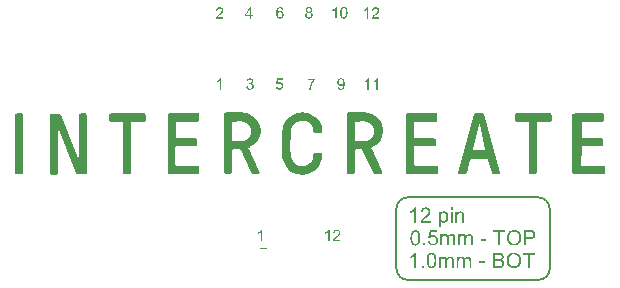
<source format=gto>
G04*
G04 #@! TF.GenerationSoftware,Altium Limited,Altium Designer,23.8.1 (32)*
G04*
G04 Layer_Color=65535*
%FSLAX44Y44*%
%MOMM*%
G71*
G04*
G04 #@! TF.SameCoordinates,C3666710-2670-402F-B92E-87204BB45A74*
G04*
G04*
G04 #@! TF.FilePolarity,Positive*
G04*
G01*
G75*
%ADD10C,0.2000*%
%ADD11C,0.1000*%
G36*
X337653Y245925D02*
X337756D01*
X337868Y245916D01*
X338000Y245897D01*
X338150Y245869D01*
X338318Y245841D01*
X338487Y245794D01*
X338665Y245747D01*
X338853Y245681D01*
X339031Y245606D01*
X339218Y245522D01*
X339387Y245419D01*
X339556Y245297D01*
X339715Y245166D01*
X339724Y245156D01*
X339752Y245128D01*
X339790Y245091D01*
X339837Y245025D01*
X339902Y244950D01*
X339968Y244866D01*
X340043Y244763D01*
X340118Y244641D01*
X340193Y244510D01*
X340268Y244360D01*
X340334Y244210D01*
X340399Y244041D01*
X340446Y243863D01*
X340483Y243666D01*
X340512Y243469D01*
X340521Y243263D01*
Y243254D01*
Y243235D01*
Y243207D01*
Y243169D01*
X340512Y243113D01*
Y243057D01*
X340493Y242907D01*
X340465Y242738D01*
X340418Y242542D01*
X340362Y242335D01*
X340277Y242129D01*
Y242120D01*
X340268Y242101D01*
X340249Y242073D01*
X340230Y242035D01*
X340202Y241979D01*
X340174Y241923D01*
X340090Y241773D01*
X339987Y241604D01*
X339846Y241398D01*
X339687Y241182D01*
X339490Y240958D01*
X339481Y240948D01*
X339462Y240929D01*
X339434Y240892D01*
X339387Y240845D01*
X339321Y240779D01*
X339256Y240704D01*
X339162Y240620D01*
X339059Y240517D01*
X338946Y240405D01*
X338806Y240273D01*
X338665Y240133D01*
X338496Y239983D01*
X338318Y239823D01*
X338121Y239645D01*
X337906Y239467D01*
X337681Y239270D01*
X337672Y239261D01*
X337634Y239233D01*
X337578Y239186D01*
X337512Y239130D01*
X337428Y239055D01*
X337334Y238971D01*
X337109Y238783D01*
X336884Y238586D01*
X336659Y238389D01*
X336556Y238296D01*
X336463Y238202D01*
X336378Y238127D01*
X336313Y238061D01*
X336303Y238052D01*
X336266Y238005D01*
X336209Y237940D01*
X336134Y237865D01*
X336060Y237761D01*
X335975Y237658D01*
X335891Y237546D01*
X335816Y237424D01*
X340530D01*
Y236290D01*
X334185D01*
Y236299D01*
Y236309D01*
Y236365D01*
Y236440D01*
X334194Y236552D01*
X334213Y236674D01*
X334232Y236815D01*
X334269Y236956D01*
X334316Y237105D01*
Y237115D01*
X334326Y237134D01*
X334344Y237171D01*
X334363Y237218D01*
X334391Y237274D01*
X334419Y237340D01*
X334504Y237508D01*
X334616Y237705D01*
X334747Y237921D01*
X334907Y238146D01*
X335094Y238380D01*
X335103Y238389D01*
X335122Y238408D01*
X335150Y238446D01*
X335197Y238493D01*
X335253Y238549D01*
X335319Y238624D01*
X335394Y238708D01*
X335488Y238802D01*
X335591Y238896D01*
X335703Y239008D01*
X335835Y239130D01*
X335966Y239261D01*
X336116Y239392D01*
X336275Y239533D01*
X336453Y239683D01*
X336631Y239833D01*
X336650Y239852D01*
X336697Y239889D01*
X336781Y239955D01*
X336884Y240048D01*
X337016Y240152D01*
X337156Y240283D01*
X337315Y240423D01*
X337484Y240573D01*
X337840Y240901D01*
X338187Y241239D01*
X338346Y241407D01*
X338496Y241576D01*
X338637Y241726D01*
X338750Y241876D01*
X338759Y241885D01*
X338778Y241914D01*
X338806Y241951D01*
X338834Y242007D01*
X338881Y242073D01*
X338928Y242148D01*
X338974Y242242D01*
X339031Y242335D01*
X339134Y242551D01*
X339227Y242785D01*
X339256Y242916D01*
X339284Y243038D01*
X339302Y243169D01*
X339312Y243291D01*
Y243301D01*
Y243319D01*
Y243357D01*
X339302Y243413D01*
X339293Y243469D01*
X339284Y243535D01*
X339246Y243704D01*
X339190Y243891D01*
X339096Y244088D01*
X339040Y244182D01*
X338974Y244285D01*
X338899Y244379D01*
X338806Y244472D01*
X338796Y244482D01*
X338787Y244491D01*
X338750Y244519D01*
X338712Y244547D01*
X338665Y244585D01*
X338600Y244622D01*
X338534Y244669D01*
X338450Y244716D01*
X338365Y244763D01*
X338262Y244810D01*
X338037Y244885D01*
X337784Y244941D01*
X337644Y244950D01*
X337494Y244960D01*
X337409D01*
X337353Y244950D01*
X337278Y244941D01*
X337194Y244932D01*
X337100Y244913D01*
X337006Y244894D01*
X336781Y244838D01*
X336556Y244744D01*
X336444Y244688D01*
X336331Y244613D01*
X336228Y244538D01*
X336125Y244444D01*
X336116Y244435D01*
X336106Y244425D01*
X336078Y244388D01*
X336050Y244350D01*
X336013Y244304D01*
X335966Y244238D01*
X335919Y244163D01*
X335872Y244079D01*
X335825Y243985D01*
X335778Y243882D01*
X335741Y243760D01*
X335694Y243638D01*
X335666Y243507D01*
X335638Y243357D01*
X335628Y243207D01*
X335619Y243038D01*
X334410Y243160D01*
Y243179D01*
X334419Y243216D01*
X334429Y243291D01*
X334438Y243385D01*
X334466Y243498D01*
X334494Y243629D01*
X334532Y243769D01*
X334569Y243929D01*
X334626Y244088D01*
X334691Y244257D01*
X334766Y244425D01*
X334851Y244604D01*
X334954Y244772D01*
X335066Y244932D01*
X335197Y245082D01*
X335338Y245222D01*
X335347Y245231D01*
X335375Y245250D01*
X335422Y245288D01*
X335488Y245335D01*
X335572Y245391D01*
X335666Y245447D01*
X335788Y245513D01*
X335919Y245578D01*
X336069Y245644D01*
X336228Y245709D01*
X336406Y245766D01*
X336603Y245822D01*
X336809Y245869D01*
X337034Y245906D01*
X337269Y245925D01*
X337522Y245934D01*
X337587D01*
X337653Y245925D01*
D02*
G37*
G36*
X331317Y236290D02*
X330136D01*
Y243797D01*
X330127D01*
X330117Y243779D01*
X330089Y243760D01*
X330061Y243732D01*
X329967Y243647D01*
X329836Y243544D01*
X329677Y243423D01*
X329480Y243282D01*
X329255Y243132D01*
X329011Y242982D01*
X329002D01*
X328983Y242963D01*
X328946Y242945D01*
X328899Y242916D01*
X328833Y242879D01*
X328768Y242841D01*
X328599Y242757D01*
X328411Y242663D01*
X328205Y242560D01*
X327990Y242467D01*
X327784Y242382D01*
Y243516D01*
X327793Y243526D01*
X327830Y243535D01*
X327877Y243563D01*
X327952Y243601D01*
X328037Y243647D01*
X328130Y243704D01*
X328243Y243760D01*
X328365Y243835D01*
X328637Y243994D01*
X328927Y244191D01*
X329218Y244407D01*
X329508Y244641D01*
X329518Y244650D01*
X329536Y244669D01*
X329583Y244707D01*
X329630Y244753D01*
X329686Y244819D01*
X329761Y244885D01*
X329836Y244969D01*
X329921Y245053D01*
X330089Y245250D01*
X330258Y245466D01*
X330417Y245700D01*
X330492Y245813D01*
X330549Y245934D01*
X331317D01*
Y236290D01*
D02*
G37*
G36*
X339278Y176000D02*
X338097D01*
Y183507D01*
X338087D01*
X338078Y183489D01*
X338050Y183470D01*
X338022Y183442D01*
X337928Y183358D01*
X337797Y183254D01*
X337637Y183133D01*
X337441Y182992D01*
X337216Y182842D01*
X336972Y182692D01*
X336963D01*
X336944Y182673D01*
X336906Y182654D01*
X336860Y182626D01*
X336794Y182589D01*
X336728Y182551D01*
X336560Y182467D01*
X336372Y182373D01*
X336166Y182270D01*
X335950Y182176D01*
X335744Y182092D01*
Y183226D01*
X335754Y183236D01*
X335791Y183245D01*
X335838Y183273D01*
X335913Y183311D01*
X335997Y183358D01*
X336091Y183414D01*
X336203Y183470D01*
X336325Y183545D01*
X336597Y183704D01*
X336888Y183901D01*
X337178Y184117D01*
X337469Y184351D01*
X337478Y184360D01*
X337497Y184379D01*
X337544Y184417D01*
X337591Y184464D01*
X337647Y184529D01*
X337722Y184595D01*
X337797Y184679D01*
X337881Y184763D01*
X338050Y184960D01*
X338219Y185176D01*
X338378Y185410D01*
X338453Y185523D01*
X338509Y185644D01*
X339278D01*
Y176000D01*
D02*
G37*
G36*
X331817D02*
X330636D01*
Y183507D01*
X330627D01*
X330617Y183489D01*
X330589Y183470D01*
X330561Y183442D01*
X330467Y183358D01*
X330336Y183254D01*
X330177Y183133D01*
X329980Y182992D01*
X329755Y182842D01*
X329511Y182692D01*
X329502D01*
X329483Y182673D01*
X329446Y182654D01*
X329399Y182626D01*
X329333Y182589D01*
X329268Y182551D01*
X329099Y182467D01*
X328912Y182373D01*
X328705Y182270D01*
X328490Y182176D01*
X328284Y182092D01*
Y183226D01*
X328293Y183236D01*
X328330Y183245D01*
X328377Y183273D01*
X328452Y183311D01*
X328537Y183358D01*
X328630Y183414D01*
X328743Y183470D01*
X328865Y183545D01*
X329137Y183704D01*
X329427Y183901D01*
X329718Y184117D01*
X330008Y184351D01*
X330018Y184360D01*
X330036Y184379D01*
X330083Y184417D01*
X330130Y184464D01*
X330186Y184529D01*
X330261Y184595D01*
X330336Y184679D01*
X330420Y184763D01*
X330589Y184960D01*
X330758Y185176D01*
X330917Y185410D01*
X330992Y185523D01*
X331049Y185644D01*
X331817D01*
Y176000D01*
D02*
G37*
G36*
X304458Y236449D02*
X303277D01*
Y243957D01*
X303267D01*
X303258Y243938D01*
X303230Y243919D01*
X303202Y243891D01*
X303108Y243807D01*
X302977Y243704D01*
X302817Y243582D01*
X302621Y243441D01*
X302396Y243291D01*
X302152Y243141D01*
X302143D01*
X302124Y243123D01*
X302086Y243104D01*
X302040Y243076D01*
X301974Y243038D01*
X301908Y243001D01*
X301740Y242916D01*
X301552Y242823D01*
X301346Y242720D01*
X301130Y242626D01*
X300924Y242542D01*
Y243676D01*
X300933Y243685D01*
X300971Y243694D01*
X301018Y243722D01*
X301093Y243760D01*
X301177Y243807D01*
X301271Y243863D01*
X301383Y243919D01*
X301505Y243994D01*
X301777Y244154D01*
X302068Y244350D01*
X302358Y244566D01*
X302649Y244800D01*
X302658Y244810D01*
X302677Y244828D01*
X302724Y244866D01*
X302771Y244913D01*
X302827Y244978D01*
X302902Y245044D01*
X302977Y245128D01*
X303061Y245213D01*
X303230Y245410D01*
X303398Y245625D01*
X303558Y245859D01*
X303633Y245972D01*
X303689Y246094D01*
X304458D01*
Y236449D01*
D02*
G37*
G36*
X310803Y246084D02*
X310878Y246075D01*
X310972Y246066D01*
X311065Y246056D01*
X311271Y246019D01*
X311497Y245963D01*
X311731Y245878D01*
X311956Y245775D01*
X311965D01*
X311984Y245756D01*
X312012Y245747D01*
X312059Y245719D01*
X312162Y245644D01*
X312302Y245550D01*
X312453Y245419D01*
X312612Y245269D01*
X312771Y245082D01*
X312921Y244875D01*
Y244866D01*
X312940Y244847D01*
X312959Y244819D01*
X312987Y244772D01*
X313015Y244716D01*
X313052Y244650D01*
X313090Y244566D01*
X313137Y244482D01*
X313183Y244379D01*
X313230Y244275D01*
X313324Y244032D01*
X313427Y243751D01*
X313512Y243451D01*
Y243441D01*
X313521Y243413D01*
X313530Y243366D01*
X313549Y243301D01*
X313568Y243216D01*
X313587Y243113D01*
X313605Y242991D01*
X313624Y242851D01*
X313643Y242701D01*
X313661Y242523D01*
X313680Y242345D01*
X313699Y242139D01*
X313718Y241923D01*
X313727Y241689D01*
X313736Y241445D01*
Y241182D01*
Y241164D01*
Y241108D01*
Y241023D01*
X313727Y240901D01*
Y240761D01*
X313718Y240592D01*
X313708Y240414D01*
X313690Y240208D01*
X313671Y239992D01*
X313652Y239777D01*
X313587Y239317D01*
X313502Y238867D01*
X313446Y238661D01*
X313380Y238455D01*
Y238446D01*
X313362Y238408D01*
X313343Y238352D01*
X313315Y238286D01*
X313277Y238193D01*
X313230Y238099D01*
X313183Y237986D01*
X313118Y237865D01*
X312977Y237612D01*
X312799Y237340D01*
X312584Y237087D01*
X312462Y236965D01*
X312340Y236852D01*
X312331Y236843D01*
X312312Y236824D01*
X312274Y236796D01*
X312218Y236768D01*
X312153Y236721D01*
X312068Y236674D01*
X311975Y236627D01*
X311871Y236571D01*
X311749Y236515D01*
X311618Y236468D01*
X311478Y236421D01*
X311318Y236374D01*
X311159Y236346D01*
X310981Y236318D01*
X310803Y236299D01*
X310606Y236290D01*
X310541D01*
X310475Y236299D01*
X310372Y236309D01*
X310259Y236318D01*
X310119Y236346D01*
X309969Y236374D01*
X309809Y236412D01*
X309641Y236468D01*
X309463Y236534D01*
X309275Y236609D01*
X309097Y236702D01*
X308919Y236815D01*
X308741Y236946D01*
X308572Y237105D01*
X308422Y237274D01*
X308413Y237293D01*
X308385Y237330D01*
X308338Y237405D01*
X308272Y237508D01*
X308207Y237640D01*
X308122Y237799D01*
X308038Y237996D01*
X307954Y238221D01*
X307860Y238474D01*
X307775Y238764D01*
X307691Y239083D01*
X307626Y239430D01*
X307560Y239823D01*
X307513Y240236D01*
X307485Y240695D01*
X307476Y241182D01*
Y241192D01*
Y241201D01*
Y241257D01*
Y241351D01*
X307485Y241464D01*
Y241614D01*
X307494Y241773D01*
X307504Y241960D01*
X307523Y242167D01*
X307541Y242382D01*
X307560Y242607D01*
X307626Y243057D01*
X307710Y243516D01*
X307766Y243722D01*
X307822Y243929D01*
Y243938D01*
X307841Y243976D01*
X307860Y244032D01*
X307888Y244097D01*
X307925Y244191D01*
X307972Y244285D01*
X308019Y244397D01*
X308085Y244519D01*
X308225Y244782D01*
X308403Y245044D01*
X308619Y245297D01*
X308741Y245419D01*
X308863Y245531D01*
X308872Y245541D01*
X308891Y245560D01*
X308938Y245588D01*
X308985Y245616D01*
X309060Y245663D01*
X309135Y245709D01*
X309238Y245756D01*
X309341Y245813D01*
X309463Y245869D01*
X309594Y245916D01*
X309734Y245963D01*
X309894Y246009D01*
X310053Y246038D01*
X310231Y246066D01*
X310409Y246084D01*
X310606Y246094D01*
X310737D01*
X310803Y246084D01*
D02*
G37*
G36*
X308177Y185794D02*
X308262Y185785D01*
X308355Y185776D01*
X308468Y185766D01*
X308580Y185738D01*
X308852Y185682D01*
X309133Y185588D01*
X309283Y185532D01*
X309433Y185466D01*
X309583Y185391D01*
X309733Y185298D01*
X309743Y185288D01*
X309771Y185279D01*
X309808Y185241D01*
X309864Y185204D01*
X309930Y185148D01*
X310005Y185091D01*
X310080Y185016D01*
X310174Y184932D01*
X310267Y184829D01*
X310361Y184726D01*
X310464Y184604D01*
X310558Y184473D01*
X310652Y184332D01*
X310745Y184182D01*
X310839Y184023D01*
X310914Y183854D01*
X310924Y183845D01*
X310933Y183807D01*
X310952Y183761D01*
X310980Y183685D01*
X311008Y183582D01*
X311045Y183470D01*
X311083Y183329D01*
X311120Y183170D01*
X311158Y182992D01*
X311186Y182786D01*
X311223Y182570D01*
X311252Y182327D01*
X311280Y182064D01*
X311298Y181783D01*
X311317Y181474D01*
Y181155D01*
Y181146D01*
Y181136D01*
Y181108D01*
Y181071D01*
Y180977D01*
X311308Y180855D01*
Y180696D01*
X311298Y180518D01*
X311280Y180321D01*
X311270Y180096D01*
X311242Y179871D01*
X311223Y179627D01*
X311148Y179140D01*
X311102Y178896D01*
X311045Y178662D01*
X310989Y178437D01*
X310914Y178221D01*
Y178212D01*
X310895Y178174D01*
X310877Y178118D01*
X310839Y178043D01*
X310792Y177950D01*
X310745Y177846D01*
X310689Y177734D01*
X310614Y177603D01*
X310445Y177340D01*
X310239Y177059D01*
X310005Y176797D01*
X309864Y176675D01*
X309724Y176562D01*
X309714Y176553D01*
X309686Y176534D01*
X309649Y176506D01*
X309583Y176478D01*
X309508Y176431D01*
X309415Y176384D01*
X309311Y176337D01*
X309199Y176281D01*
X309068Y176225D01*
X308927Y176178D01*
X308777Y176131D01*
X308608Y176084D01*
X308440Y176056D01*
X308262Y176028D01*
X308074Y176009D01*
X307877Y176000D01*
X307765D01*
X307690Y176009D01*
X307596Y176019D01*
X307484Y176038D01*
X307353Y176056D01*
X307221Y176075D01*
X306931Y176150D01*
X306771Y176197D01*
X306621Y176262D01*
X306462Y176328D01*
X306312Y176412D01*
X306172Y176506D01*
X306031Y176619D01*
X306022Y176628D01*
X306003Y176647D01*
X305965Y176684D01*
X305919Y176731D01*
X305862Y176797D01*
X305797Y176881D01*
X305731Y176965D01*
X305656Y177078D01*
X305581Y177190D01*
X305506Y177331D01*
X305441Y177472D01*
X305375Y177631D01*
X305309Y177799D01*
X305253Y177987D01*
X305216Y178184D01*
X305178Y178390D01*
X306312Y178493D01*
Y178484D01*
X306322Y178456D01*
X306331Y178418D01*
X306340Y178362D01*
X306359Y178296D01*
X306378Y178221D01*
X306434Y178043D01*
X306509Y177856D01*
X306603Y177659D01*
X306715Y177481D01*
X306781Y177397D01*
X306856Y177321D01*
X306865D01*
X306875Y177303D01*
X306931Y177265D01*
X307015Y177209D01*
X307137Y177143D01*
X307287Y177078D01*
X307465Y177022D01*
X307671Y176984D01*
X307896Y176965D01*
X307990D01*
X308093Y176975D01*
X308224Y176994D01*
X308365Y177022D01*
X308533Y177069D01*
X308693Y177125D01*
X308852Y177209D01*
X308862D01*
X308871Y177218D01*
X308918Y177256D01*
X308993Y177312D01*
X309086Y177387D01*
X309199Y177481D01*
X309311Y177593D01*
X309415Y177725D01*
X309518Y177875D01*
Y177884D01*
X309527Y177893D01*
X309546Y177921D01*
X309564Y177950D01*
X309611Y178043D01*
X309668Y178174D01*
X309743Y178334D01*
X309818Y178531D01*
X309893Y178746D01*
X309958Y178999D01*
Y179009D01*
X309967Y179027D01*
X309977Y179074D01*
X309986Y179121D01*
X309996Y179187D01*
X310014Y179262D01*
X310033Y179346D01*
X310052Y179449D01*
X310080Y179665D01*
X310108Y179908D01*
X310127Y180171D01*
X310136Y180443D01*
Y180461D01*
Y180508D01*
Y180574D01*
Y180668D01*
X310117Y180649D01*
X310099Y180621D01*
X310071Y180583D01*
X309996Y180480D01*
X309883Y180349D01*
X309743Y180208D01*
X309574Y180058D01*
X309377Y179908D01*
X309161Y179768D01*
X309152D01*
X309133Y179749D01*
X309105Y179740D01*
X309058Y179712D01*
X309002Y179683D01*
X308927Y179655D01*
X308852Y179627D01*
X308768Y179599D01*
X308571Y179534D01*
X308346Y179477D01*
X308102Y179440D01*
X307840Y179421D01*
X307784D01*
X307727Y179430D01*
X307643D01*
X307540Y179449D01*
X307418Y179468D01*
X307287Y179496D01*
X307146Y179534D01*
X306987Y179571D01*
X306828Y179627D01*
X306659Y179702D01*
X306490Y179786D01*
X306322Y179880D01*
X306153Y180002D01*
X305984Y180133D01*
X305825Y180283D01*
X305815Y180293D01*
X305787Y180321D01*
X305750Y180377D01*
X305694Y180443D01*
X305637Y180527D01*
X305562Y180630D01*
X305487Y180752D01*
X305412Y180893D01*
X305337Y181042D01*
X305262Y181220D01*
X305187Y181408D01*
X305131Y181605D01*
X305075Y181830D01*
X305037Y182055D01*
X305009Y182298D01*
X305000Y182561D01*
Y182580D01*
Y182626D01*
X305009Y182701D01*
Y182805D01*
X305028Y182926D01*
X305047Y183067D01*
X305075Y183226D01*
X305103Y183404D01*
X305150Y183582D01*
X305206Y183779D01*
X305281Y183976D01*
X305356Y184173D01*
X305459Y184370D01*
X305572Y184557D01*
X305703Y184745D01*
X305853Y184913D01*
X305862Y184923D01*
X305890Y184951D01*
X305937Y184998D01*
X306012Y185054D01*
X306097Y185119D01*
X306190Y185194D01*
X306312Y185279D01*
X306443Y185363D01*
X306593Y185438D01*
X306762Y185523D01*
X306940Y185597D01*
X307128Y185663D01*
X307334Y185719D01*
X307549Y185766D01*
X307784Y185794D01*
X308018Y185804D01*
X308112D01*
X308177Y185794D01*
D02*
G37*
G36*
X281270Y246084D02*
X281383Y246075D01*
X281505Y246056D01*
X281636Y246028D01*
X281786Y246000D01*
X281945Y245963D01*
X282114Y245916D01*
X282283Y245859D01*
X282451Y245784D01*
X282620Y245700D01*
X282779Y245606D01*
X282939Y245494D01*
X283089Y245363D01*
X283098Y245353D01*
X283126Y245325D01*
X283164Y245288D01*
X283211Y245231D01*
X283267Y245166D01*
X283332Y245072D01*
X283398Y244978D01*
X283473Y244866D01*
X283548Y244744D01*
X283613Y244604D01*
X283679Y244463D01*
X283735Y244304D01*
X283782Y244135D01*
X283829Y243957D01*
X283848Y243779D01*
X283857Y243582D01*
Y243573D01*
Y243554D01*
Y243516D01*
X283848Y243469D01*
Y243413D01*
X283839Y243338D01*
X283810Y243179D01*
X283773Y243001D01*
X283707Y242804D01*
X283623Y242607D01*
X283501Y242410D01*
Y242401D01*
X283482Y242392D01*
X283435Y242326D01*
X283351Y242242D01*
X283239Y242129D01*
X283089Y242007D01*
X282911Y241885D01*
X282695Y241764D01*
X282442Y241651D01*
X282451D01*
X282479Y241642D01*
X282526Y241623D01*
X282582Y241595D01*
X282658Y241567D01*
X282742Y241529D01*
X282939Y241426D01*
X283154Y241295D01*
X283379Y241136D01*
X283595Y240948D01*
X283689Y240836D01*
X283782Y240723D01*
X283792Y240714D01*
X283801Y240695D01*
X283829Y240658D01*
X283857Y240611D01*
X283895Y240545D01*
X283932Y240480D01*
X283970Y240386D01*
X284017Y240292D01*
X284063Y240189D01*
X284101Y240067D01*
X284176Y239814D01*
X284232Y239514D01*
X284242Y239364D01*
X284251Y239195D01*
Y239186D01*
Y239139D01*
X284242Y239074D01*
Y238989D01*
X284223Y238886D01*
X284204Y238764D01*
X284176Y238624D01*
X284138Y238474D01*
X284091Y238314D01*
X284035Y238146D01*
X283970Y237977D01*
X283885Y237799D01*
X283782Y237621D01*
X283670Y237452D01*
X283529Y237283D01*
X283379Y237124D01*
X283370Y237115D01*
X283342Y237087D01*
X283286Y237049D01*
X283220Y236993D01*
X283136Y236927D01*
X283032Y236862D01*
X282901Y236787D01*
X282770Y236712D01*
X282611Y236627D01*
X282433Y236552D01*
X282245Y236487D01*
X282039Y236421D01*
X281823Y236365D01*
X281589Y236327D01*
X281345Y236299D01*
X281083Y236290D01*
X281017D01*
X280942Y236299D01*
X280849D01*
X280727Y236318D01*
X280586Y236337D01*
X280427Y236356D01*
X280258Y236393D01*
X280080Y236440D01*
X279893Y236496D01*
X279705Y236562D01*
X279518Y236646D01*
X279321Y236740D01*
X279133Y236852D01*
X278955Y236974D01*
X278787Y237124D01*
X278777Y237134D01*
X278749Y237162D01*
X278712Y237208D01*
X278655Y237274D01*
X278590Y237358D01*
X278515Y237462D01*
X278440Y237574D01*
X278356Y237705D01*
X278271Y237846D01*
X278196Y238005D01*
X278121Y238183D01*
X278056Y238371D01*
X278009Y238568D01*
X277962Y238774D01*
X277934Y238989D01*
X277924Y239224D01*
Y239233D01*
Y239261D01*
Y239317D01*
X277934Y239383D01*
X277943Y239458D01*
X277952Y239552D01*
X277962Y239655D01*
X277981Y239767D01*
X278037Y240020D01*
X278121Y240283D01*
X278177Y240414D01*
X278243Y240545D01*
X278309Y240667D01*
X278393Y240789D01*
X278402Y240798D01*
X278412Y240817D01*
X278440Y240845D01*
X278477Y240892D01*
X278534Y240948D01*
X278590Y241004D01*
X278665Y241070D01*
X278740Y241136D01*
X278834Y241211D01*
X278937Y241276D01*
X279049Y241351D01*
X279171Y241426D01*
X279302Y241492D01*
X279443Y241548D01*
X279593Y241604D01*
X279752Y241651D01*
X279743D01*
X279724Y241660D01*
X279677Y241679D01*
X279630Y241698D01*
X279574Y241726D01*
X279499Y241764D01*
X279340Y241848D01*
X279161Y241960D01*
X278974Y242092D01*
X278805Y242242D01*
X278655Y242420D01*
Y242429D01*
X278637Y242438D01*
X278627Y242467D01*
X278599Y242504D01*
X278571Y242560D01*
X278543Y242617D01*
X278487Y242757D01*
X278421Y242926D01*
X278365Y243132D01*
X278327Y243357D01*
X278309Y243610D01*
Y243619D01*
Y243657D01*
X278318Y243713D01*
Y243788D01*
X278327Y243872D01*
X278346Y243976D01*
X278374Y244097D01*
X278402Y244229D01*
X278440Y244360D01*
X278496Y244500D01*
X278552Y244650D01*
X278627Y244800D01*
X278712Y244941D01*
X278815Y245091D01*
X278927Y245231D01*
X279058Y245372D01*
X279068Y245381D01*
X279096Y245400D01*
X279133Y245438D01*
X279199Y245485D01*
X279274Y245541D01*
X279358Y245597D01*
X279471Y245663D01*
X279593Y245738D01*
X279724Y245803D01*
X279874Y245869D01*
X280043Y245925D01*
X280221Y245981D01*
X280417Y246028D01*
X280614Y246066D01*
X280839Y246084D01*
X281064Y246094D01*
X281186D01*
X281270Y246084D01*
D02*
G37*
G36*
X286214Y184567D02*
X286205Y184557D01*
X286176Y184520D01*
X286120Y184464D01*
X286055Y184389D01*
X285970Y184285D01*
X285877Y184173D01*
X285764Y184032D01*
X285642Y183873D01*
X285511Y183695D01*
X285361Y183498D01*
X285211Y183283D01*
X285052Y183048D01*
X284893Y182805D01*
X284724Y182542D01*
X284555Y182261D01*
X284386Y181961D01*
X284377Y181942D01*
X284349Y181886D01*
X284302Y181802D01*
X284236Y181680D01*
X284161Y181539D01*
X284077Y181361D01*
X283983Y181164D01*
X283880Y180939D01*
X283768Y180696D01*
X283655Y180443D01*
X283533Y180161D01*
X283421Y179880D01*
X283309Y179580D01*
X283196Y179271D01*
X283093Y178952D01*
X282999Y178634D01*
Y178624D01*
X282980Y178577D01*
X282962Y178512D01*
X282943Y178428D01*
X282915Y178315D01*
X282877Y178174D01*
X282849Y178025D01*
X282812Y177856D01*
X282774Y177668D01*
X282737Y177462D01*
X282699Y177247D01*
X282662Y177012D01*
X282624Y176778D01*
X282596Y176525D01*
X282549Y176000D01*
X281340D01*
Y176009D01*
Y176056D01*
X281350Y176112D01*
Y176197D01*
X281359Y176309D01*
X281368Y176441D01*
X281387Y176590D01*
X281406Y176759D01*
X281425Y176956D01*
X281453Y177162D01*
X281490Y177387D01*
X281537Y177621D01*
X281584Y177884D01*
X281640Y178146D01*
X281706Y178437D01*
X281781Y178727D01*
Y178737D01*
X281790Y178746D01*
X281800Y178802D01*
X281828Y178887D01*
X281856Y178999D01*
X281903Y179149D01*
X281959Y179318D01*
X282015Y179505D01*
X282090Y179721D01*
X282174Y179946D01*
X282268Y180190D01*
X282362Y180452D01*
X282474Y180714D01*
X282718Y181267D01*
X282999Y181830D01*
X283009Y181849D01*
X283037Y181895D01*
X283084Y181970D01*
X283140Y182083D01*
X283215Y182205D01*
X283299Y182355D01*
X283402Y182523D01*
X283515Y182701D01*
X283637Y182898D01*
X283768Y183104D01*
X284049Y183526D01*
X284368Y183948D01*
X284527Y184154D01*
X284696Y184351D01*
X280000D01*
Y185485D01*
X286214D01*
Y184567D01*
D02*
G37*
G36*
X256966Y246084D02*
X257069Y246075D01*
X257181Y246056D01*
X257303Y246038D01*
X257444Y246019D01*
X257734Y245934D01*
X257894Y245888D01*
X258043Y245822D01*
X258203Y245756D01*
X258353Y245663D01*
X258503Y245569D01*
X258643Y245456D01*
X258653Y245447D01*
X258671Y245428D01*
X258709Y245391D01*
X258756Y245344D01*
X258812Y245278D01*
X258878Y245194D01*
X258953Y245100D01*
X259028Y244997D01*
X259102Y244885D01*
X259177Y244744D01*
X259243Y244604D01*
X259318Y244444D01*
X259384Y244275D01*
X259431Y244097D01*
X259477Y243910D01*
X259515Y243704D01*
X258343Y243610D01*
Y243619D01*
X258334Y243638D01*
X258325Y243676D01*
X258315Y243722D01*
X258297Y243779D01*
X258278Y243844D01*
X258231Y243994D01*
X258165Y244163D01*
X258090Y244332D01*
X257997Y244491D01*
X257894Y244622D01*
X257884Y244632D01*
X257875Y244641D01*
X257847Y244669D01*
X257809Y244697D01*
X257762Y244744D01*
X257706Y244782D01*
X257565Y244875D01*
X257397Y244969D01*
X257190Y245053D01*
X256966Y245110D01*
X256844Y245119D01*
X256712Y245128D01*
X256619D01*
X256516Y245110D01*
X256375Y245091D01*
X256225Y245053D01*
X256056Y244997D01*
X255888Y244913D01*
X255719Y244810D01*
X255710D01*
X255691Y244791D01*
X255663Y244772D01*
X255625Y244735D01*
X255532Y244641D01*
X255400Y244510D01*
X255260Y244341D01*
X255110Y244135D01*
X254969Y243901D01*
X254838Y243619D01*
Y243610D01*
X254829Y243582D01*
X254810Y243535D01*
X254791Y243479D01*
X254763Y243394D01*
X254735Y243301D01*
X254707Y243179D01*
X254679Y243048D01*
X254650Y242898D01*
X254622Y242738D01*
X254594Y242551D01*
X254566Y242354D01*
X254547Y242139D01*
X254529Y241904D01*
X254519Y241660D01*
X254510Y241398D01*
X254519Y241407D01*
X254529Y241426D01*
X254557Y241464D01*
X254585Y241501D01*
X254622Y241557D01*
X254679Y241623D01*
X254800Y241764D01*
X254951Y241923D01*
X255128Y242082D01*
X255325Y242232D01*
X255550Y242363D01*
X255560D01*
X255578Y242373D01*
X255616Y242392D01*
X255653Y242410D01*
X255719Y242438D01*
X255785Y242467D01*
X255860Y242495D01*
X255944Y242523D01*
X256141Y242579D01*
X256356Y242635D01*
X256591Y242673D01*
X256844Y242682D01*
X256900D01*
X256956Y242673D01*
X257041D01*
X257144Y242654D01*
X257265Y242635D01*
X257397Y242607D01*
X257537Y242570D01*
X257687Y242523D01*
X257856Y242467D01*
X258015Y242401D01*
X258184Y242317D01*
X258362Y242213D01*
X258531Y242101D01*
X258690Y241960D01*
X258850Y241810D01*
X258859Y241801D01*
X258887Y241773D01*
X258925Y241717D01*
X258981Y241651D01*
X259046Y241567D01*
X259112Y241464D01*
X259187Y241342D01*
X259271Y241201D01*
X259346Y241051D01*
X259421Y240883D01*
X259487Y240695D01*
X259552Y240498D01*
X259609Y240283D01*
X259646Y240058D01*
X259674Y239823D01*
X259684Y239570D01*
Y239561D01*
Y239533D01*
Y239486D01*
X259674Y239421D01*
Y239336D01*
X259665Y239242D01*
X259655Y239139D01*
X259637Y239017D01*
X259590Y238755D01*
X259515Y238474D01*
X259421Y238183D01*
X259290Y237883D01*
Y237874D01*
X259271Y237846D01*
X259252Y237808D01*
X259215Y237761D01*
X259177Y237696D01*
X259131Y237621D01*
X259009Y237452D01*
X258850Y237255D01*
X258671Y237059D01*
X258456Y236871D01*
X258212Y236702D01*
X258203D01*
X258184Y236684D01*
X258146Y236665D01*
X258090Y236637D01*
X258025Y236609D01*
X257950Y236571D01*
X257865Y236534D01*
X257762Y236496D01*
X257659Y236459D01*
X257537Y236421D01*
X257275Y236356D01*
X256984Y236309D01*
X256825Y236299D01*
X256666Y236290D01*
X256600D01*
X256525Y236299D01*
X256422Y236309D01*
X256300Y236327D01*
X256150Y236346D01*
X255991Y236384D01*
X255813Y236421D01*
X255625Y236478D01*
X255438Y236552D01*
X255232Y236637D01*
X255035Y236749D01*
X254829Y236871D01*
X254632Y237012D01*
X254444Y237180D01*
X254266Y237368D01*
X254257Y237377D01*
X254229Y237424D01*
X254182Y237480D01*
X254126Y237574D01*
X254051Y237696D01*
X253976Y237846D01*
X253891Y238015D01*
X253807Y238221D01*
X253713Y238455D01*
X253629Y238717D01*
X253554Y239008D01*
X253488Y239336D01*
X253423Y239683D01*
X253376Y240077D01*
X253348Y240489D01*
X253338Y240939D01*
Y240948D01*
Y240967D01*
Y241004D01*
Y241061D01*
Y241126D01*
X253348Y241201D01*
Y241295D01*
X253357Y241398D01*
Y241501D01*
X253367Y241623D01*
X253395Y241885D01*
X253423Y242176D01*
X253470Y242485D01*
X253517Y242813D01*
X253591Y243151D01*
X253666Y243488D01*
X253769Y243826D01*
X253882Y244144D01*
X254023Y244454D01*
X254182Y244735D01*
X254360Y244988D01*
X254369Y244997D01*
X254398Y245035D01*
X254454Y245091D01*
X254529Y245156D01*
X254613Y245241D01*
X254725Y245335D01*
X254857Y245438D01*
X254997Y245541D01*
X255166Y245644D01*
X255344Y245747D01*
X255541Y245841D01*
X255756Y245925D01*
X255991Y245991D01*
X256234Y246047D01*
X256497Y246084D01*
X256778Y246094D01*
X256891D01*
X256966Y246084D01*
D02*
G37*
G36*
X258923Y184520D02*
X255071D01*
X254556Y181924D01*
X254565Y181933D01*
X254593Y181952D01*
X254640Y181980D01*
X254706Y182017D01*
X254781Y182064D01*
X254884Y182120D01*
X254987Y182167D01*
X255109Y182233D01*
X255240Y182289D01*
X255381Y182336D01*
X255690Y182439D01*
X255849Y182477D01*
X256018Y182505D01*
X256196Y182523D01*
X256374Y182533D01*
X256430D01*
X256496Y182523D01*
X256590D01*
X256693Y182505D01*
X256824Y182486D01*
X256965Y182458D01*
X257115Y182420D01*
X257274Y182373D01*
X257452Y182317D01*
X257630Y182251D01*
X257808Y182167D01*
X257986Y182064D01*
X258164Y181952D01*
X258333Y181811D01*
X258502Y181661D01*
X258511Y181652D01*
X258539Y181624D01*
X258586Y181567D01*
X258642Y181502D01*
X258708Y181417D01*
X258773Y181314D01*
X258858Y181192D01*
X258942Y181052D01*
X259017Y180902D01*
X259102Y180733D01*
X259167Y180546D01*
X259242Y180349D01*
X259289Y180133D01*
X259336Y179908D01*
X259364Y179665D01*
X259373Y179412D01*
Y179393D01*
Y179355D01*
X259364Y179290D01*
Y179196D01*
X259355Y179084D01*
X259336Y178952D01*
X259308Y178802D01*
X259280Y178643D01*
X259233Y178474D01*
X259186Y178287D01*
X259120Y178099D01*
X259045Y177912D01*
X258961Y177725D01*
X258858Y177528D01*
X258736Y177340D01*
X258605Y177162D01*
X258595Y177153D01*
X258558Y177115D01*
X258511Y177059D01*
X258436Y176984D01*
X258342Y176890D01*
X258230Y176797D01*
X258099Y176694D01*
X257949Y176581D01*
X257771Y176469D01*
X257583Y176366D01*
X257377Y176272D01*
X257152Y176178D01*
X256908Y176103D01*
X256655Y176047D01*
X256374Y176009D01*
X256084Y176000D01*
X256027D01*
X255962Y176009D01*
X255868D01*
X255756Y176019D01*
X255624Y176038D01*
X255484Y176066D01*
X255324Y176094D01*
X255156Y176131D01*
X254987Y176178D01*
X254809Y176234D01*
X254622Y176309D01*
X254443Y176394D01*
X254265Y176487D01*
X254097Y176600D01*
X253937Y176731D01*
X253928Y176740D01*
X253900Y176769D01*
X253862Y176806D01*
X253806Y176862D01*
X253740Y176937D01*
X253675Y177031D01*
X253591Y177134D01*
X253515Y177247D01*
X253431Y177378D01*
X253347Y177528D01*
X253272Y177687D01*
X253197Y177865D01*
X253131Y178053D01*
X253075Y178249D01*
X253028Y178456D01*
X253000Y178681D01*
X254237Y178784D01*
Y178774D01*
X254247Y178746D01*
X254256Y178699D01*
X254265Y178634D01*
X254284Y178559D01*
X254303Y178474D01*
X254368Y178268D01*
X254453Y178053D01*
X254556Y177828D01*
X254696Y177603D01*
X254781Y177509D01*
X254865Y177415D01*
X254874Y177406D01*
X254893Y177397D01*
X254921Y177378D01*
X254959Y177350D01*
X255006Y177312D01*
X255062Y177275D01*
X255212Y177190D01*
X255390Y177106D01*
X255596Y177040D01*
X255830Y176984D01*
X255952Y176975D01*
X256084Y176965D01*
X256168D01*
X256224Y176975D01*
X256299Y176984D01*
X256383Y177003D01*
X256477Y177022D01*
X256580Y177050D01*
X256815Y177125D01*
X256927Y177172D01*
X257049Y177237D01*
X257171Y177312D01*
X257293Y177397D01*
X257414Y177490D01*
X257527Y177603D01*
X257536Y177612D01*
X257555Y177631D01*
X257583Y177668D01*
X257621Y177725D01*
X257668Y177781D01*
X257714Y177865D01*
X257771Y177959D01*
X257827Y178062D01*
X257874Y178174D01*
X257930Y178306D01*
X257977Y178446D01*
X258024Y178596D01*
X258061Y178755D01*
X258089Y178934D01*
X258108Y179112D01*
X258117Y179308D01*
Y179318D01*
Y179355D01*
Y179402D01*
X258108Y179477D01*
X258099Y179562D01*
X258089Y179655D01*
X258071Y179768D01*
X258043Y179890D01*
X257977Y180143D01*
X257930Y180274D01*
X257874Y180405D01*
X257808Y180536D01*
X257733Y180668D01*
X257649Y180789D01*
X257546Y180902D01*
X257536Y180911D01*
X257518Y180930D01*
X257489Y180958D01*
X257443Y180996D01*
X257386Y181042D01*
X257321Y181089D01*
X257236Y181146D01*
X257152Y181202D01*
X257049Y181249D01*
X256936Y181305D01*
X256815Y181352D01*
X256683Y181399D01*
X256534Y181436D01*
X256383Y181464D01*
X256224Y181483D01*
X256056Y181492D01*
X255962D01*
X255905Y181483D01*
X255849D01*
X255709Y181464D01*
X255549Y181427D01*
X255381Y181380D01*
X255203Y181314D01*
X255025Y181230D01*
X255015D01*
X255006Y181220D01*
X254949Y181183D01*
X254865Y181127D01*
X254771Y181052D01*
X254650Y180949D01*
X254537Y180836D01*
X254415Y180705D01*
X254312Y180564D01*
X253206Y180705D01*
X254134Y185644D01*
X258923D01*
Y184520D01*
D02*
G37*
G36*
X277622Y156499D02*
X279184Y156187D01*
X282934Y155249D01*
X284809Y153999D01*
X286684Y152749D01*
X286997Y152437D01*
X287622Y152124D01*
X288247Y151187D01*
X289184Y150249D01*
X291059Y146812D01*
X291997Y144937D01*
X292309Y142750D01*
Y140562D01*
Y140250D01*
X291997Y139937D01*
X291684Y139625D01*
X290747Y139312D01*
X286059D01*
X285747Y139625D01*
X285122Y139937D01*
X284809Y140562D01*
Y141500D01*
Y141812D01*
Y142125D01*
X284497Y143687D01*
X283559Y145875D01*
X281997Y147750D01*
X281684Y148062D01*
X280434Y148999D01*
X278559Y149624D01*
X276059Y149937D01*
X275122D01*
X273247Y149624D01*
X271060Y148999D01*
X268872Y147750D01*
X268560Y147437D01*
X267622Y146187D01*
X266685Y144312D01*
X266060Y142125D01*
Y141500D01*
X265747Y140250D01*
Y138062D01*
Y135250D01*
X265435Y131812D01*
Y127750D01*
X266060Y119625D01*
Y119000D01*
X266685Y117437D01*
X267310Y115562D01*
X268872Y113687D01*
X269497Y113375D01*
X270747Y112750D01*
X272935Y111812D01*
X275435Y111500D01*
X276059D01*
X277622Y111812D01*
X279809Y112437D01*
X281684Y113687D01*
X281997Y114000D01*
X283247Y115250D01*
X284184Y117125D01*
X284809Y119625D01*
Y121187D01*
Y121500D01*
X285122Y122125D01*
X285434Y122437D01*
X286372Y122750D01*
X291059D01*
X291684Y122437D01*
X291997Y122125D01*
X292309Y121187D01*
Y119312D01*
Y119000D01*
X291997Y118375D01*
Y117125D01*
X291372Y115562D01*
X289809Y111812D01*
X288559Y110250D01*
X286997Y108375D01*
X286684Y108062D01*
X286372Y107750D01*
X285122Y107125D01*
X283872Y106187D01*
X282309Y105250D01*
X280434Y104625D01*
X278247Y104312D01*
X275747Y104000D01*
X274497D01*
X273247Y104312D01*
X271685Y104625D01*
X267935Y105875D01*
X265747Y106812D01*
X263872Y108375D01*
X263560Y108687D01*
X263247Y109312D01*
X262310Y110250D01*
X261372Y111500D01*
X259810Y114937D01*
X258872Y116812D01*
X258560Y119312D01*
Y119937D01*
Y121187D01*
Y123375D01*
Y126187D01*
Y129625D01*
Y133375D01*
Y141500D01*
Y141812D01*
X258872Y142750D01*
Y143687D01*
X259497Y145250D01*
X261060Y148999D01*
X262310Y150874D01*
X263872Y152437D01*
X264185Y152749D01*
X264810Y153062D01*
X265747Y153687D01*
X267310Y154624D01*
X270747Y156187D01*
X272935Y156499D01*
X275435Y156812D01*
X276684D01*
X277622Y156499D01*
D02*
G37*
G36*
X92624Y155562D02*
X92937Y154937D01*
Y105875D01*
Y105562D01*
Y105250D01*
X92312Y104937D01*
X91687Y104625D01*
X84499D01*
X84187Y104937D01*
X83874Y105562D01*
X69187Y142125D01*
X68875Y142437D01*
X68562D01*
X68250Y142125D01*
Y105562D01*
Y105250D01*
X67937Y104937D01*
X67625Y104312D01*
X66687Y104000D01*
X62937D01*
X62625Y104312D01*
X62000Y104625D01*
X61687Y105562D01*
Y154312D01*
Y154624D01*
X62000Y155249D01*
X62312Y155562D01*
X63250Y155874D01*
X70125D01*
X70437Y155562D01*
X70750Y154937D01*
X85124Y118062D01*
X85749Y117750D01*
X86062D01*
X86687Y118062D01*
Y154937D01*
Y155249D01*
X86999Y155562D01*
X87312Y155874D01*
X88249Y156187D01*
X92312D01*
X92624Y155562D01*
D02*
G37*
G36*
X329809Y156499D02*
X331371Y156187D01*
X335121Y155249D01*
X336684Y153999D01*
X338559Y152749D01*
X338871Y152437D01*
X339184Y152124D01*
X340121Y151187D01*
X341059Y150249D01*
X342934Y146812D01*
X344184Y142750D01*
Y142437D01*
Y141812D01*
Y140875D01*
X343871Y139625D01*
X343246Y136812D01*
X341684Y133687D01*
X341371Y133062D01*
X340121Y131500D01*
X337934Y129625D01*
X335121Y128062D01*
X334809Y127750D01*
X334184Y127125D01*
X333871Y126500D01*
Y125875D01*
X334184Y125562D01*
X342934Y107125D01*
Y106812D01*
Y106500D01*
Y105562D01*
X341996Y104937D01*
X336996D01*
X336371Y105250D01*
X335434Y105562D01*
X335121Y106500D01*
X326371Y124937D01*
Y125250D01*
X325746Y125562D01*
X325121Y125875D01*
X321059Y125562D01*
X320746Y125250D01*
X320434Y124937D01*
X320121D01*
Y106500D01*
Y106187D01*
X319809Y105875D01*
X319496Y105250D01*
X318559Y104937D01*
X313872D01*
X313559Y105250D01*
X313247Y105562D01*
X312934Y106500D01*
Y155249D01*
Y155562D01*
X313247Y156187D01*
X313559Y156499D01*
X314184Y156812D01*
X328559D01*
X329809Y156499D01*
D02*
G37*
G36*
X226060D02*
X227623Y156187D01*
X231060Y155249D01*
X232935Y153999D01*
X234810Y152749D01*
X235123Y152437D01*
X235435Y152124D01*
X236373Y151187D01*
X237310Y150249D01*
X239185Y146812D01*
X239810Y144937D01*
X240123Y142750D01*
Y142437D01*
Y141812D01*
Y140875D01*
Y139625D01*
X239498Y136812D01*
X237935Y133687D01*
X237623Y133062D01*
X236373Y131500D01*
X234185Y129625D01*
X231373Y128062D01*
X231060Y127750D01*
X230435Y127125D01*
X229810Y126500D01*
Y125875D01*
X230123Y125562D01*
X239185Y107125D01*
Y106812D01*
X239498Y106500D01*
X239185Y105562D01*
X238560Y104937D01*
X233248D01*
X232935Y105250D01*
X232310Y105562D01*
X231685Y106500D01*
X223560Y124937D01*
X223248Y125250D01*
X221998Y125875D01*
X216998Y125562D01*
X216685Y125250D01*
X216373Y124937D01*
X216060D01*
Y106500D01*
Y106187D01*
X215748Y105875D01*
X215435Y105250D01*
X214498Y104937D01*
X210435D01*
X210123Y105250D01*
X209498Y105562D01*
X209185Y106500D01*
Y155249D01*
Y155562D01*
X209498Y156187D01*
X209810Y156499D01*
X210748Y156812D01*
X224810D01*
X226060Y156499D01*
D02*
G37*
G36*
X530744Y155562D02*
X531056Y154937D01*
Y150874D01*
Y150562D01*
X530744Y149937D01*
X530432Y149312D01*
X529494Y148999D01*
X512307D01*
X511994Y148687D01*
Y148375D01*
Y135250D01*
X512307D01*
X512619Y134937D01*
X529494D01*
X529807Y134625D01*
X530119Y134312D01*
X530432Y133375D01*
Y129312D01*
Y129000D01*
Y128687D01*
X529807Y128375D01*
X529182Y128062D01*
X512619D01*
X512307Y127750D01*
X511994Y127437D01*
X511369Y112437D01*
Y112125D01*
X511682Y111812D01*
X511994Y111500D01*
X512307Y111812D01*
X530432D01*
X531056Y111500D01*
X531681Y111187D01*
X531994Y110250D01*
Y105875D01*
Y105562D01*
X531681Y105250D01*
X531369Y104937D01*
X530119Y104625D01*
X505744D01*
X505119Y104937D01*
X504494Y105250D01*
X504182Y105875D01*
Y154937D01*
Y155249D01*
X504494Y155562D01*
X505119Y155874D01*
X506057Y156187D01*
X530432D01*
X530744Y155562D01*
D02*
G37*
G36*
X486370D02*
X486682Y154937D01*
Y150874D01*
Y150562D01*
X486370Y149937D01*
X486057Y149312D01*
X485120Y148999D01*
X474495D01*
X474182Y148687D01*
X473870Y148375D01*
Y147750D01*
Y146812D01*
Y144937D01*
Y142437D01*
Y138687D01*
Y136187D01*
Y133687D01*
Y130875D01*
Y127437D01*
Y105875D01*
Y105562D01*
X473557Y105250D01*
X473245Y104937D01*
X472307Y104625D01*
X468245D01*
X467932Y104937D01*
X467307Y105250D01*
X466995Y105875D01*
Y148375D01*
Y148687D01*
X466682Y148999D01*
X456370D01*
X456057Y149312D01*
X455745Y149937D01*
X455432Y150874D01*
Y154937D01*
Y155249D01*
X455745Y155562D01*
X456057Y155874D01*
X456682Y156187D01*
X486057D01*
X486370Y155562D01*
D02*
G37*
G36*
X428870Y155874D02*
X429495Y155249D01*
X443245Y105875D01*
X442933Y105250D01*
X442620Y104937D01*
X441683Y104625D01*
X437308D01*
X436370Y104937D01*
X435745Y105562D01*
X432308Y116812D01*
Y117125D01*
X431995Y117437D01*
X431683Y117750D01*
X418558D01*
X417933Y117437D01*
X417308Y116812D01*
X414495Y105562D01*
X414183Y105250D01*
X413870Y104937D01*
X412933Y104625D01*
X408245D01*
X407933Y104937D01*
X407308Y105250D01*
X406996Y105875D01*
X421058Y155249D01*
Y155562D01*
X421370Y155874D01*
X421683Y156187D01*
X428558D01*
X428870Y155874D01*
D02*
G37*
G36*
X389496Y155562D02*
X389808Y154937D01*
Y150874D01*
Y150562D01*
Y149937D01*
X389183Y149312D01*
X388558Y148999D01*
X370746D01*
X369808Y148375D01*
Y135250D01*
X370121Y134937D01*
X387308D01*
X387933Y134625D01*
X388246Y134312D01*
X388558Y133375D01*
Y129312D01*
Y129000D01*
X388246Y128687D01*
X387933Y128375D01*
X386996Y128062D01*
X370433D01*
X370121Y127750D01*
X369808Y127437D01*
Y112437D01*
X370746D01*
Y112125D01*
Y111812D01*
X371058Y111500D01*
X371371Y111812D01*
X389183D01*
X389808Y111500D01*
X390121Y111187D01*
X390433Y110250D01*
Y105875D01*
Y105562D01*
X390121Y105250D01*
X389808Y104937D01*
X388871Y104625D01*
X364184D01*
X363871Y104937D01*
X363246Y105250D01*
X362934Y105875D01*
Y154937D01*
Y155249D01*
X363246Y155562D01*
X363559Y155874D01*
X364496Y156187D01*
X389183D01*
X389496Y155562D01*
D02*
G37*
G36*
X187936D02*
X188248Y154937D01*
Y150874D01*
Y150562D01*
X187936Y149937D01*
X187623Y149312D01*
X186686Y148999D01*
X169186D01*
X168248Y148375D01*
Y135250D01*
X168561Y134937D01*
X185748D01*
X186061Y134625D01*
X186373Y134312D01*
X186686Y133375D01*
Y129312D01*
Y129000D01*
Y128687D01*
X186061Y128375D01*
X185436Y128062D01*
X168873D01*
X167623Y127437D01*
Y112437D01*
X168873D01*
Y112125D01*
Y111812D01*
Y111500D01*
X169186Y111812D01*
X186998D01*
X187623Y111500D01*
X187936Y111187D01*
X188248Y110250D01*
Y105875D01*
Y105562D01*
X187936Y105250D01*
X187623Y104937D01*
X186686Y104625D01*
X162623D01*
X162311Y104937D01*
X161686Y105250D01*
X161373Y105875D01*
Y154937D01*
Y155249D01*
X161686Y155562D01*
X161998Y155874D01*
X162936Y156187D01*
X187623D01*
X187936Y155562D01*
D02*
G37*
G36*
X142624D02*
X142936Y154937D01*
Y150874D01*
Y150562D01*
X142624Y149937D01*
X142311Y149312D01*
X141374Y148999D01*
X130436D01*
Y148687D01*
X130749D01*
Y148375D01*
Y147750D01*
Y146812D01*
Y144937D01*
Y142437D01*
Y138687D01*
Y136187D01*
Y133687D01*
Y130875D01*
Y127437D01*
Y105875D01*
Y105562D01*
X130436Y105250D01*
X130124Y104937D01*
X129186Y104625D01*
X124499D01*
X124186Y104937D01*
X123561Y105250D01*
X123249Y105875D01*
Y148375D01*
Y148687D01*
Y148999D01*
X113249D01*
X112624Y149312D01*
X111999Y149937D01*
X111686Y150874D01*
Y154937D01*
Y155249D01*
X111999Y155562D01*
X112624Y155874D01*
X113561Y156187D01*
X142311D01*
X142624Y155562D01*
D02*
G37*
G36*
X38562D02*
X38875Y154937D01*
Y105875D01*
Y105562D01*
X38562Y105250D01*
X38250Y104937D01*
X37312Y104625D01*
X33250D01*
X32625Y104937D01*
X32000Y105250D01*
Y105875D01*
Y154937D01*
Y155249D01*
Y155562D01*
X32625Y155874D01*
X33563Y156187D01*
X38250D01*
X38562Y155562D01*
D02*
G37*
G36*
X304869Y57635D02*
X304972D01*
X305085Y57626D01*
X305216Y57607D01*
X305366Y57579D01*
X305535Y57551D01*
X305704Y57504D01*
X305882Y57457D01*
X306069Y57391D01*
X306247Y57316D01*
X306435Y57232D01*
X306603Y57129D01*
X306772Y57007D01*
X306931Y56876D01*
X306941Y56866D01*
X306969Y56838D01*
X307006Y56801D01*
X307053Y56735D01*
X307119Y56660D01*
X307184Y56576D01*
X307259Y56473D01*
X307334Y56351D01*
X307409Y56220D01*
X307484Y56070D01*
X307550Y55920D01*
X307616Y55751D01*
X307662Y55573D01*
X307700Y55376D01*
X307728Y55179D01*
X307737Y54973D01*
Y54964D01*
Y54945D01*
Y54917D01*
Y54879D01*
X307728Y54823D01*
Y54767D01*
X307709Y54617D01*
X307681Y54448D01*
X307634Y54251D01*
X307578Y54045D01*
X307494Y53839D01*
Y53830D01*
X307484Y53811D01*
X307466Y53783D01*
X307447Y53745D01*
X307419Y53689D01*
X307391Y53633D01*
X307306Y53483D01*
X307203Y53314D01*
X307062Y53108D01*
X306903Y52892D01*
X306706Y52668D01*
X306697Y52658D01*
X306678Y52639D01*
X306650Y52602D01*
X306603Y52555D01*
X306538Y52490D01*
X306472Y52414D01*
X306378Y52330D01*
X306275Y52227D01*
X306163Y52115D01*
X306022Y51983D01*
X305882Y51843D01*
X305713Y51693D01*
X305535Y51533D01*
X305338Y51355D01*
X305122Y51177D01*
X304897Y50981D01*
X304888Y50971D01*
X304851Y50943D01*
X304794Y50896D01*
X304729Y50840D01*
X304644Y50765D01*
X304551Y50681D01*
X304326Y50493D01*
X304101Y50296D01*
X303876Y50100D01*
X303773Y50006D01*
X303679Y49912D01*
X303595Y49837D01*
X303529Y49771D01*
X303520Y49762D01*
X303482Y49715D01*
X303426Y49650D01*
X303351Y49575D01*
X303276Y49472D01*
X303192Y49368D01*
X303107Y49256D01*
X303032Y49134D01*
X307747D01*
Y48000D01*
X301402D01*
Y48009D01*
Y48019D01*
Y48075D01*
Y48150D01*
X301411Y48262D01*
X301430Y48384D01*
X301448Y48525D01*
X301486Y48665D01*
X301533Y48815D01*
Y48825D01*
X301542Y48843D01*
X301561Y48881D01*
X301580Y48928D01*
X301608Y48984D01*
X301636Y49050D01*
X301720Y49218D01*
X301833Y49415D01*
X301964Y49631D01*
X302123Y49856D01*
X302311Y50090D01*
X302320Y50100D01*
X302339Y50118D01*
X302367Y50156D01*
X302414Y50203D01*
X302470Y50259D01*
X302536Y50334D01*
X302610Y50418D01*
X302704Y50512D01*
X302807Y50606D01*
X302920Y50718D01*
X303051Y50840D01*
X303182Y50971D01*
X303332Y51102D01*
X303492Y51243D01*
X303670Y51393D01*
X303848Y51543D01*
X303867Y51562D01*
X303913Y51599D01*
X303998Y51665D01*
X304101Y51758D01*
X304232Y51862D01*
X304373Y51993D01*
X304532Y52133D01*
X304701Y52283D01*
X305057Y52611D01*
X305404Y52949D01*
X305563Y53117D01*
X305713Y53286D01*
X305854Y53436D01*
X305966Y53586D01*
X305975Y53595D01*
X305994Y53624D01*
X306022Y53661D01*
X306050Y53717D01*
X306097Y53783D01*
X306144Y53858D01*
X306191Y53952D01*
X306247Y54045D01*
X306350Y54261D01*
X306444Y54495D01*
X306472Y54626D01*
X306500Y54748D01*
X306519Y54879D01*
X306528Y55001D01*
Y55011D01*
Y55030D01*
Y55067D01*
X306519Y55123D01*
X306509Y55179D01*
X306500Y55245D01*
X306463Y55414D01*
X306406Y55601D01*
X306313Y55798D01*
X306257Y55892D01*
X306191Y55995D01*
X306116Y56089D01*
X306022Y56182D01*
X306013Y56192D01*
X306003Y56201D01*
X305966Y56229D01*
X305928Y56257D01*
X305882Y56295D01*
X305816Y56332D01*
X305750Y56379D01*
X305666Y56426D01*
X305582Y56473D01*
X305479Y56520D01*
X305254Y56595D01*
X305001Y56651D01*
X304860Y56660D01*
X304710Y56670D01*
X304626D01*
X304569Y56660D01*
X304494Y56651D01*
X304410Y56642D01*
X304316Y56623D01*
X304223Y56604D01*
X303998Y56548D01*
X303773Y56454D01*
X303660Y56398D01*
X303548Y56323D01*
X303445Y56248D01*
X303342Y56154D01*
X303332Y56145D01*
X303323Y56135D01*
X303295Y56098D01*
X303267Y56060D01*
X303229Y56014D01*
X303182Y55948D01*
X303135Y55873D01*
X303088Y55789D01*
X303042Y55695D01*
X302995Y55592D01*
X302957Y55470D01*
X302910Y55348D01*
X302882Y55217D01*
X302854Y55067D01*
X302845Y54917D01*
X302836Y54748D01*
X301626Y54870D01*
Y54889D01*
X301636Y54926D01*
X301645Y55001D01*
X301654Y55095D01*
X301683Y55208D01*
X301711Y55339D01*
X301748Y55479D01*
X301786Y55639D01*
X301842Y55798D01*
X301908Y55967D01*
X301983Y56135D01*
X302067Y56314D01*
X302170Y56482D01*
X302283Y56642D01*
X302414Y56792D01*
X302554Y56932D01*
X302564Y56941D01*
X302592Y56960D01*
X302639Y56998D01*
X302704Y57045D01*
X302789Y57101D01*
X302882Y57157D01*
X303004Y57223D01*
X303135Y57288D01*
X303285Y57354D01*
X303445Y57420D01*
X303623Y57476D01*
X303820Y57532D01*
X304026Y57579D01*
X304251Y57616D01*
X304485Y57635D01*
X304738Y57644D01*
X304804D01*
X304869Y57635D01*
D02*
G37*
G36*
X298533Y48000D02*
X297353D01*
Y55507D01*
X297343D01*
X297334Y55489D01*
X297306Y55470D01*
X297278Y55442D01*
X297184Y55357D01*
X297053Y55254D01*
X296893Y55133D01*
X296696Y54992D01*
X296472Y54842D01*
X296228Y54692D01*
X296218D01*
X296200Y54673D01*
X296162Y54655D01*
X296115Y54626D01*
X296050Y54589D01*
X295984Y54552D01*
X295815Y54467D01*
X295628Y54373D01*
X295422Y54270D01*
X295206Y54177D01*
X295000Y54092D01*
Y55226D01*
X295009Y55236D01*
X295047Y55245D01*
X295094Y55273D01*
X295169Y55311D01*
X295253Y55357D01*
X295347Y55414D01*
X295459Y55470D01*
X295581Y55545D01*
X295853Y55704D01*
X296143Y55901D01*
X296434Y56117D01*
X296725Y56351D01*
X296734Y56360D01*
X296753Y56379D01*
X296800Y56417D01*
X296846Y56463D01*
X296903Y56529D01*
X296978Y56595D01*
X297053Y56679D01*
X297137Y56763D01*
X297306Y56960D01*
X297474Y57176D01*
X297634Y57410D01*
X297709Y57523D01*
X297765Y57644D01*
X298533D01*
Y48000D01*
D02*
G37*
G36*
X232320Y239664D02*
X233613D01*
Y238586D01*
X232320D01*
Y236290D01*
X231139D01*
Y238586D01*
X226968D01*
Y239664D01*
X231354Y245897D01*
X232320D01*
Y239664D01*
D02*
G37*
G36*
X231140Y185794D02*
X231215D01*
X231290Y185785D01*
X231383Y185776D01*
X231487Y185766D01*
X231712Y185719D01*
X231946Y185663D01*
X232199Y185579D01*
X232452Y185466D01*
X232461D01*
X232480Y185448D01*
X232518Y185429D01*
X232565Y185401D01*
X232621Y185373D01*
X232677Y185326D01*
X232827Y185223D01*
X232996Y185091D01*
X233164Y184932D01*
X233324Y184745D01*
X233464Y184538D01*
Y184529D01*
X233483Y184510D01*
X233502Y184482D01*
X233521Y184435D01*
X233549Y184389D01*
X233577Y184323D01*
X233642Y184163D01*
X233708Y183986D01*
X233764Y183770D01*
X233802Y183545D01*
X233820Y183301D01*
Y183292D01*
Y183273D01*
Y183245D01*
X233811Y183198D01*
Y183142D01*
X233802Y183076D01*
X233783Y182926D01*
X233736Y182748D01*
X233680Y182561D01*
X233595Y182364D01*
X233483Y182167D01*
Y182158D01*
X233464Y182148D01*
X233445Y182120D01*
X233417Y182083D01*
X233342Y181989D01*
X233230Y181877D01*
X233089Y181745D01*
X232921Y181614D01*
X232724Y181483D01*
X232489Y181361D01*
X232499D01*
X232527Y181352D01*
X232574Y181342D01*
X232630Y181324D01*
X232705Y181296D01*
X232780Y181267D01*
X232977Y181183D01*
X233183Y181080D01*
X233408Y180930D01*
X233624Y180761D01*
X233717Y180658D01*
X233811Y180546D01*
X233820Y180536D01*
X233830Y180518D01*
X233858Y180480D01*
X233886Y180433D01*
X233923Y180377D01*
X233961Y180302D01*
X234008Y180218D01*
X234055Y180124D01*
X234092Y180012D01*
X234139Y179899D01*
X234177Y179768D01*
X234214Y179637D01*
X234270Y179337D01*
X234280Y179168D01*
X234289Y178999D01*
Y178990D01*
Y178943D01*
X234280Y178877D01*
Y178793D01*
X234261Y178681D01*
X234242Y178559D01*
X234214Y178418D01*
X234177Y178259D01*
X234130Y178099D01*
X234064Y177931D01*
X233989Y177753D01*
X233905Y177575D01*
X233792Y177397D01*
X233670Y177209D01*
X233530Y177040D01*
X233370Y176872D01*
X233361Y176862D01*
X233333Y176834D01*
X233277Y176787D01*
X233202Y176740D01*
X233117Y176665D01*
X233005Y176600D01*
X232883Y176516D01*
X232733Y176441D01*
X232574Y176356D01*
X232396Y176272D01*
X232208Y176206D01*
X232002Y176141D01*
X231786Y176084D01*
X231552Y176038D01*
X231308Y176009D01*
X231046Y176000D01*
X230990D01*
X230924Y176009D01*
X230840D01*
X230727Y176019D01*
X230606Y176038D01*
X230465Y176066D01*
X230306Y176094D01*
X230146Y176131D01*
X229978Y176187D01*
X229799Y176244D01*
X229631Y176319D01*
X229453Y176403D01*
X229275Y176506D01*
X229106Y176619D01*
X228947Y176750D01*
X228937Y176759D01*
X228909Y176787D01*
X228872Y176825D01*
X228815Y176890D01*
X228750Y176965D01*
X228675Y177050D01*
X228600Y177153D01*
X228515Y177275D01*
X228431Y177406D01*
X228347Y177556D01*
X228272Y177715D01*
X228197Y177893D01*
X228131Y178081D01*
X228075Y178277D01*
X228028Y178484D01*
X228000Y178709D01*
X229181Y178868D01*
Y178859D01*
X229190Y178821D01*
X229200Y178774D01*
X229218Y178699D01*
X229237Y178624D01*
X229265Y178521D01*
X229303Y178418D01*
X229340Y178306D01*
X229434Y178071D01*
X229556Y177828D01*
X229696Y177603D01*
X229781Y177509D01*
X229865Y177415D01*
X229874D01*
X229884Y177397D01*
X229912Y177378D01*
X229949Y177350D01*
X229996Y177312D01*
X230053Y177275D01*
X230193Y177200D01*
X230371Y177115D01*
X230578Y177040D01*
X230802Y176994D01*
X230924Y176984D01*
X231056Y176975D01*
X231140D01*
X231196Y176984D01*
X231271Y176994D01*
X231346Y177003D01*
X231440Y177022D01*
X231543Y177050D01*
X231768Y177115D01*
X231880Y177162D01*
X232002Y177218D01*
X232124Y177284D01*
X232236Y177359D01*
X232349Y177443D01*
X232461Y177547D01*
X232471Y177556D01*
X232489Y177575D01*
X232518Y177603D01*
X232555Y177650D01*
X232593Y177706D01*
X232639Y177771D01*
X232696Y177846D01*
X232752Y177940D01*
X232799Y178034D01*
X232855Y178146D01*
X232949Y178390D01*
X232977Y178521D01*
X233005Y178662D01*
X233024Y178812D01*
X233033Y178971D01*
Y178981D01*
Y179009D01*
Y179046D01*
X233024Y179112D01*
X233014Y179177D01*
X233005Y179262D01*
X232986Y179346D01*
X232967Y179449D01*
X232902Y179655D01*
X232864Y179768D01*
X232808Y179880D01*
X232743Y179993D01*
X232677Y180105D01*
X232593Y180208D01*
X232499Y180311D01*
X232489Y180321D01*
X232471Y180330D01*
X232443Y180358D01*
X232405Y180396D01*
X232349Y180433D01*
X232283Y180480D01*
X232218Y180527D01*
X232133Y180574D01*
X232040Y180621D01*
X231936Y180668D01*
X231702Y180752D01*
X231440Y180818D01*
X231299Y180827D01*
X231149Y180836D01*
X231093D01*
X231018Y180827D01*
X230924Y180818D01*
X230802Y180808D01*
X230662Y180789D01*
X230502Y180752D01*
X230324Y180714D01*
X230456Y181745D01*
X230474D01*
X230521Y181736D01*
X230587Y181727D01*
X230718D01*
X230774Y181736D01*
X230840D01*
X230915Y181745D01*
X230999Y181764D01*
X231093Y181773D01*
X231308Y181820D01*
X231534Y181895D01*
X231768Y181989D01*
X232002Y182120D01*
X232012Y182130D01*
X232030Y182139D01*
X232058Y182158D01*
X232096Y182195D01*
X232143Y182233D01*
X232199Y182289D01*
X232246Y182345D01*
X232311Y182420D01*
X232368Y182495D01*
X232414Y182589D01*
X232471Y182692D01*
X232518Y182795D01*
X232555Y182917D01*
X232583Y183048D01*
X232602Y183179D01*
X232611Y183329D01*
Y183339D01*
Y183358D01*
Y183395D01*
X232602Y183442D01*
Y183498D01*
X232593Y183564D01*
X232555Y183714D01*
X232508Y183882D01*
X232424Y184060D01*
X232321Y184238D01*
X232246Y184323D01*
X232171Y184407D01*
X232161Y184417D01*
X232152Y184426D01*
X232124Y184445D01*
X232096Y184473D01*
X231993Y184548D01*
X231861Y184623D01*
X231702Y184698D01*
X231505Y184773D01*
X231280Y184820D01*
X231168Y184838D01*
X230971D01*
X230924Y184829D01*
X230859D01*
X230793Y184820D01*
X230634Y184782D01*
X230446Y184735D01*
X230259Y184651D01*
X230062Y184548D01*
X229968Y184473D01*
X229884Y184398D01*
X229874Y184389D01*
X229865Y184379D01*
X229837Y184351D01*
X229809Y184314D01*
X229771Y184276D01*
X229734Y184220D01*
X229687Y184154D01*
X229640Y184079D01*
X229593Y183986D01*
X229537Y183892D01*
X229490Y183789D01*
X229443Y183667D01*
X229406Y183545D01*
X229359Y183404D01*
X229331Y183264D01*
X229303Y183104D01*
X228122Y183311D01*
Y183320D01*
X228131Y183367D01*
X228150Y183423D01*
X228169Y183507D01*
X228197Y183601D01*
X228234Y183723D01*
X228272Y183845D01*
X228328Y183986D01*
X228384Y184126D01*
X228459Y184276D01*
X228534Y184435D01*
X228628Y184585D01*
X228722Y184735D01*
X228834Y184885D01*
X228965Y185016D01*
X229097Y185148D01*
X229106Y185157D01*
X229134Y185176D01*
X229172Y185204D01*
X229237Y185251D01*
X229312Y185298D01*
X229396Y185354D01*
X229509Y185420D01*
X229622Y185476D01*
X229753Y185541D01*
X229903Y185597D01*
X230062Y185654D01*
X230231Y185701D01*
X230409Y185748D01*
X230596Y185776D01*
X230802Y185794D01*
X231009Y185804D01*
X231084D01*
X231140Y185794D01*
D02*
G37*
G36*
X205651Y245925D02*
X205755D01*
X205867Y245916D01*
X205998Y245897D01*
X206148Y245869D01*
X206317Y245841D01*
X206486Y245794D01*
X206664Y245747D01*
X206851Y245681D01*
X207029Y245606D01*
X207217Y245522D01*
X207385Y245419D01*
X207554Y245297D01*
X207714Y245166D01*
X207723Y245156D01*
X207751Y245128D01*
X207789Y245091D01*
X207835Y245025D01*
X207901Y244950D01*
X207966Y244866D01*
X208041Y244763D01*
X208116Y244641D01*
X208192Y244510D01*
X208267Y244360D01*
X208332Y244210D01*
X208398Y244041D01*
X208444Y243863D01*
X208482Y243666D01*
X208510Y243469D01*
X208519Y243263D01*
Y243254D01*
Y243235D01*
Y243207D01*
Y243169D01*
X208510Y243113D01*
Y243057D01*
X208491Y242907D01*
X208463Y242738D01*
X208416Y242542D01*
X208360Y242335D01*
X208276Y242129D01*
Y242120D01*
X208267Y242101D01*
X208248Y242073D01*
X208229Y242035D01*
X208201Y241979D01*
X208173Y241923D01*
X208088Y241773D01*
X207985Y241604D01*
X207845Y241398D01*
X207685Y241182D01*
X207488Y240958D01*
X207479Y240948D01*
X207460Y240929D01*
X207432Y240892D01*
X207385Y240845D01*
X207320Y240779D01*
X207254Y240704D01*
X207160Y240620D01*
X207057Y240517D01*
X206945Y240405D01*
X206804Y240273D01*
X206664Y240133D01*
X206495Y239983D01*
X206317Y239823D01*
X206120Y239645D01*
X205905Y239467D01*
X205680Y239270D01*
X205670Y239261D01*
X205633Y239233D01*
X205576Y239186D01*
X205511Y239130D01*
X205427Y239055D01*
X205333Y238971D01*
X205108Y238783D01*
X204883Y238586D01*
X204658Y238389D01*
X204555Y238296D01*
X204461Y238202D01*
X204377Y238127D01*
X204311Y238061D01*
X204302Y238052D01*
X204264Y238005D01*
X204208Y237940D01*
X204133Y237865D01*
X204058Y237761D01*
X203974Y237658D01*
X203890Y237546D01*
X203815Y237424D01*
X208529D01*
Y236290D01*
X202184D01*
Y236299D01*
Y236309D01*
Y236365D01*
Y236440D01*
X202193Y236552D01*
X202212Y236674D01*
X202230Y236815D01*
X202268Y236956D01*
X202315Y237105D01*
Y237115D01*
X202324Y237134D01*
X202343Y237171D01*
X202362Y237218D01*
X202390Y237274D01*
X202418Y237340D01*
X202502Y237508D01*
X202615Y237705D01*
X202746Y237921D01*
X202905Y238146D01*
X203093Y238380D01*
X203102Y238389D01*
X203121Y238408D01*
X203149Y238446D01*
X203196Y238493D01*
X203252Y238549D01*
X203318Y238624D01*
X203393Y238708D01*
X203486Y238802D01*
X203589Y238896D01*
X203702Y239008D01*
X203833Y239130D01*
X203964Y239261D01*
X204114Y239392D01*
X204274Y239533D01*
X204452Y239683D01*
X204630Y239833D01*
X204649Y239852D01*
X204695Y239889D01*
X204780Y239955D01*
X204883Y240048D01*
X205014Y240152D01*
X205155Y240283D01*
X205314Y240423D01*
X205483Y240573D01*
X205839Y240901D01*
X206186Y241239D01*
X206345Y241407D01*
X206495Y241576D01*
X206636Y241726D01*
X206748Y241876D01*
X206758Y241885D01*
X206776Y241914D01*
X206804Y241951D01*
X206833Y242007D01*
X206879Y242073D01*
X206926Y242148D01*
X206973Y242242D01*
X207029Y242335D01*
X207132Y242551D01*
X207226Y242785D01*
X207254Y242916D01*
X207282Y243038D01*
X207301Y243169D01*
X207311Y243291D01*
Y243301D01*
Y243319D01*
Y243357D01*
X207301Y243413D01*
X207292Y243469D01*
X207282Y243535D01*
X207245Y243704D01*
X207189Y243891D01*
X207095Y244088D01*
X207039Y244182D01*
X206973Y244285D01*
X206898Y244379D01*
X206804Y244472D01*
X206795Y244482D01*
X206786Y244491D01*
X206748Y244519D01*
X206711Y244547D01*
X206664Y244585D01*
X206598Y244622D01*
X206532Y244669D01*
X206448Y244716D01*
X206364Y244763D01*
X206261Y244810D01*
X206036Y244885D01*
X205783Y244941D01*
X205642Y244950D01*
X205492Y244960D01*
X205408D01*
X205352Y244950D01*
X205277Y244941D01*
X205192Y244932D01*
X205098Y244913D01*
X205005Y244894D01*
X204780Y244838D01*
X204555Y244744D01*
X204442Y244688D01*
X204330Y244613D01*
X204227Y244538D01*
X204124Y244444D01*
X204114Y244435D01*
X204105Y244425D01*
X204077Y244388D01*
X204049Y244350D01*
X204011Y244304D01*
X203964Y244238D01*
X203918Y244163D01*
X203871Y244079D01*
X203824Y243985D01*
X203777Y243882D01*
X203739Y243760D01*
X203693Y243638D01*
X203664Y243507D01*
X203636Y243357D01*
X203627Y243207D01*
X203618Y243038D01*
X202409Y243160D01*
Y243179D01*
X202418Y243216D01*
X202427Y243291D01*
X202437Y243385D01*
X202465Y243498D01*
X202493Y243629D01*
X202530Y243769D01*
X202568Y243929D01*
X202624Y244088D01*
X202690Y244257D01*
X202765Y244425D01*
X202849Y244604D01*
X202952Y244772D01*
X203065Y244932D01*
X203196Y245082D01*
X203337Y245222D01*
X203346Y245231D01*
X203374Y245250D01*
X203421Y245288D01*
X203486Y245335D01*
X203571Y245391D01*
X203664Y245447D01*
X203786Y245513D01*
X203918Y245578D01*
X204067Y245644D01*
X204227Y245709D01*
X204405Y245766D01*
X204602Y245822D01*
X204808Y245869D01*
X205033Y245906D01*
X205267Y245925D01*
X205520Y245934D01*
X205586D01*
X205651Y245925D01*
D02*
G37*
G36*
X415937Y34697D02*
X416062Y34685D01*
X416187Y34673D01*
X416337Y34648D01*
X416500Y34610D01*
X416837Y34523D01*
X417012Y34460D01*
X417200Y34385D01*
X417362Y34298D01*
X417537Y34185D01*
X417687Y34073D01*
X417837Y33935D01*
X417850Y33923D01*
X417874Y33898D01*
X417912Y33860D01*
X417949Y33798D01*
X418012Y33710D01*
X418074Y33610D01*
X418137Y33498D01*
X418212Y33360D01*
X418287Y33198D01*
X418349Y33023D01*
X418412Y32836D01*
X418474Y32623D01*
X418512Y32398D01*
X418549Y32148D01*
X418574Y31873D01*
X418587Y31586D01*
Y25212D01*
X417012D01*
Y31061D01*
Y31073D01*
Y31098D01*
Y31148D01*
Y31211D01*
Y31286D01*
X417000Y31386D01*
X416987Y31586D01*
X416975Y31798D01*
X416950Y32023D01*
X416900Y32236D01*
X416850Y32411D01*
X416837Y32436D01*
X416825Y32486D01*
X416787Y32561D01*
X416725Y32661D01*
X416650Y32761D01*
X416550Y32873D01*
X416437Y32985D01*
X416300Y33085D01*
X416287Y33098D01*
X416225Y33123D01*
X416150Y33173D01*
X416037Y33223D01*
X415900Y33260D01*
X415737Y33310D01*
X415563Y33335D01*
X415363Y33348D01*
X415263D01*
X415200Y33335D01*
X415113Y33323D01*
X415013Y33310D01*
X414788Y33260D01*
X414525Y33185D01*
X414250Y33073D01*
X414113Y32998D01*
X413988Y32910D01*
X413851Y32798D01*
X413726Y32685D01*
X413713Y32673D01*
X413700Y32661D01*
X413663Y32611D01*
X413625Y32561D01*
X413576Y32486D01*
X413526Y32411D01*
X413463Y32298D01*
X413413Y32186D01*
X413351Y32048D01*
X413288Y31886D01*
X413238Y31723D01*
X413188Y31536D01*
X413151Y31323D01*
X413113Y31098D01*
X413101Y30861D01*
X413088Y30599D01*
Y25212D01*
X411514D01*
Y31248D01*
Y31261D01*
Y31298D01*
Y31348D01*
Y31423D01*
X411501Y31511D01*
X411489Y31611D01*
X411464Y31836D01*
X411414Y32098D01*
X411351Y32361D01*
X411251Y32611D01*
X411126Y32823D01*
X411114Y32848D01*
X411051Y32910D01*
X410964Y32985D01*
X410826Y33085D01*
X410651Y33185D01*
X410439Y33260D01*
X410176Y33323D01*
X409877Y33348D01*
X409764D01*
X409639Y33335D01*
X409477Y33310D01*
X409289Y33260D01*
X409077Y33198D01*
X408852Y33110D01*
X408639Y32998D01*
X408614Y32985D01*
X408552Y32936D01*
X408452Y32848D01*
X408327Y32736D01*
X408189Y32598D01*
X408064Y32423D01*
X407939Y32211D01*
X407827Y31973D01*
Y31961D01*
X407814Y31948D01*
X407802Y31898D01*
X407789Y31848D01*
X407765Y31773D01*
X407752Y31698D01*
X407727Y31598D01*
X407702Y31473D01*
X407677Y31348D01*
X407652Y31198D01*
X407640Y31036D01*
X407615Y30861D01*
X407602Y30673D01*
X407590Y30474D01*
X407577Y30261D01*
Y30024D01*
Y25212D01*
X406003D01*
Y34498D01*
X407415D01*
Y33210D01*
X407440Y33223D01*
X407465Y33260D01*
X407490Y33310D01*
X407590Y33435D01*
X407727Y33585D01*
X407890Y33760D01*
X408089Y33948D01*
X408314Y34123D01*
X408577Y34285D01*
X408589D01*
X408614Y34298D01*
X408652Y34323D01*
X408702Y34348D01*
X408777Y34385D01*
X408852Y34423D01*
X409052Y34498D01*
X409302Y34573D01*
X409577Y34648D01*
X409889Y34697D01*
X410226Y34710D01*
X410326D01*
X410401Y34697D01*
X410489D01*
X410589Y34685D01*
X410826Y34660D01*
X411089Y34597D01*
X411376Y34523D01*
X411651Y34423D01*
X411913Y34273D01*
X411926D01*
X411939Y34248D01*
X412026Y34198D01*
X412138Y34098D01*
X412276Y33960D01*
X412426Y33798D01*
X412588Y33598D01*
X412726Y33360D01*
X412838Y33085D01*
X412851Y33098D01*
X412888Y33160D01*
X412951Y33235D01*
X413038Y33335D01*
X413151Y33460D01*
X413288Y33598D01*
X413438Y33748D01*
X413613Y33898D01*
X413813Y34048D01*
X414025Y34198D01*
X414263Y34335D01*
X414525Y34460D01*
X414788Y34560D01*
X415088Y34635D01*
X415388Y34697D01*
X415713Y34710D01*
X415850D01*
X415937Y34697D01*
D02*
G37*
G36*
X401029D02*
X401154Y34685D01*
X401279Y34673D01*
X401429Y34648D01*
X401591Y34610D01*
X401928Y34523D01*
X402104Y34460D01*
X402291Y34385D01*
X402453Y34298D01*
X402628Y34185D01*
X402778Y34073D01*
X402928Y33935D01*
X402941Y33923D01*
X402966Y33898D01*
X403003Y33860D01*
X403041Y33798D01*
X403103Y33710D01*
X403166Y33610D01*
X403228Y33498D01*
X403303Y33360D01*
X403378Y33198D01*
X403441Y33023D01*
X403503Y32836D01*
X403566Y32623D01*
X403603Y32398D01*
X403641Y32148D01*
X403666Y31873D01*
X403678Y31586D01*
Y25212D01*
X402104D01*
Y31061D01*
Y31073D01*
Y31098D01*
Y31148D01*
Y31211D01*
Y31286D01*
X402091Y31386D01*
X402079Y31586D01*
X402066Y31798D01*
X402041Y32023D01*
X401991Y32236D01*
X401941Y32411D01*
X401928Y32436D01*
X401916Y32486D01*
X401879Y32561D01*
X401816Y32661D01*
X401741Y32761D01*
X401641Y32873D01*
X401529Y32985D01*
X401391Y33085D01*
X401379Y33098D01*
X401316Y33123D01*
X401241Y33173D01*
X401129Y33223D01*
X400991Y33260D01*
X400829Y33310D01*
X400654Y33335D01*
X400454Y33348D01*
X400354D01*
X400291Y33335D01*
X400204Y33323D01*
X400104Y33310D01*
X399879Y33260D01*
X399617Y33185D01*
X399342Y33073D01*
X399204Y32998D01*
X399079Y32910D01*
X398942Y32798D01*
X398817Y32685D01*
X398804Y32673D01*
X398792Y32661D01*
X398754Y32611D01*
X398717Y32561D01*
X398667Y32486D01*
X398617Y32411D01*
X398554Y32298D01*
X398504Y32186D01*
X398442Y32048D01*
X398379Y31886D01*
X398330Y31723D01*
X398279Y31536D01*
X398242Y31323D01*
X398204Y31098D01*
X398192Y30861D01*
X398180Y30599D01*
Y25212D01*
X396605D01*
Y31248D01*
Y31261D01*
Y31298D01*
Y31348D01*
Y31423D01*
X396592Y31511D01*
X396580Y31611D01*
X396555Y31836D01*
X396505Y32098D01*
X396442Y32361D01*
X396343Y32611D01*
X396217Y32823D01*
X396205Y32848D01*
X396143Y32910D01*
X396055Y32985D01*
X395918Y33085D01*
X395743Y33185D01*
X395530Y33260D01*
X395268Y33323D01*
X394968Y33348D01*
X394855D01*
X394730Y33335D01*
X394568Y33310D01*
X394380Y33260D01*
X394168Y33198D01*
X393943Y33110D01*
X393731Y32998D01*
X393706Y32985D01*
X393643Y32936D01*
X393543Y32848D01*
X393418Y32736D01*
X393281Y32598D01*
X393156Y32423D01*
X393031Y32211D01*
X392918Y31973D01*
Y31961D01*
X392906Y31948D01*
X392893Y31898D01*
X392881Y31848D01*
X392856Y31773D01*
X392843Y31698D01*
X392818Y31598D01*
X392793Y31473D01*
X392768Y31348D01*
X392743Y31198D01*
X392731Y31036D01*
X392706Y30861D01*
X392693Y30673D01*
X392681Y30474D01*
X392668Y30261D01*
Y30024D01*
Y25212D01*
X391094D01*
Y34498D01*
X392506D01*
Y33210D01*
X392531Y33223D01*
X392556Y33260D01*
X392581Y33310D01*
X392681Y33435D01*
X392818Y33585D01*
X392981Y33760D01*
X393181Y33948D01*
X393406Y34123D01*
X393668Y34285D01*
X393681D01*
X393706Y34298D01*
X393743Y34323D01*
X393793Y34348D01*
X393868Y34385D01*
X393943Y34423D01*
X394143Y34498D01*
X394393Y34573D01*
X394668Y34648D01*
X394980Y34697D01*
X395318Y34710D01*
X395418D01*
X395493Y34697D01*
X395580D01*
X395680Y34685D01*
X395918Y34660D01*
X396180Y34597D01*
X396467Y34523D01*
X396742Y34423D01*
X397005Y34273D01*
X397017D01*
X397030Y34248D01*
X397117Y34198D01*
X397230Y34098D01*
X397367Y33960D01*
X397517Y33798D01*
X397680Y33598D01*
X397817Y33360D01*
X397930Y33085D01*
X397942Y33098D01*
X397980Y33160D01*
X398042Y33235D01*
X398130Y33335D01*
X398242Y33460D01*
X398379Y33598D01*
X398529Y33748D01*
X398704Y33898D01*
X398904Y34048D01*
X399117Y34198D01*
X399354Y34335D01*
X399617Y34460D01*
X399879Y34560D01*
X400179Y34635D01*
X400479Y34697D01*
X400804Y34710D01*
X400941D01*
X401029Y34697D01*
D02*
G37*
G36*
X430109Y29062D02*
X425273D01*
Y30649D01*
X430109D01*
Y29062D01*
D02*
G37*
G36*
X472073Y36510D02*
X467837D01*
Y25213D01*
X466137D01*
Y36510D01*
X461913D01*
Y38022D01*
X472073D01*
Y36510D01*
D02*
G37*
G36*
X442118Y38009D02*
X442268Y37997D01*
X442431Y37984D01*
X442593Y37972D01*
X442968Y37922D01*
X443368Y37859D01*
X443755Y37759D01*
X443930Y37697D01*
X444105Y37622D01*
X444118D01*
X444143Y37609D01*
X444193Y37584D01*
X444255Y37547D01*
X444330Y37509D01*
X444418Y37459D01*
X444618Y37322D01*
X444830Y37159D01*
X445067Y36947D01*
X445292Y36709D01*
X445492Y36422D01*
Y36410D01*
X445517Y36385D01*
X445542Y36347D01*
X445567Y36285D01*
X445617Y36210D01*
X445655Y36122D01*
X445755Y35910D01*
X445842Y35660D01*
X445930Y35372D01*
X445980Y35060D01*
X446005Y34735D01*
Y34722D01*
Y34697D01*
Y34660D01*
X445992Y34598D01*
Y34523D01*
X445980Y34435D01*
X445955Y34235D01*
X445892Y33998D01*
X445817Y33735D01*
X445705Y33460D01*
X445555Y33185D01*
Y33173D01*
X445530Y33148D01*
X445505Y33110D01*
X445467Y33061D01*
X445367Y32936D01*
X445217Y32773D01*
X445030Y32586D01*
X444793Y32386D01*
X444518Y32198D01*
X444205Y32023D01*
X444218D01*
X444255Y32011D01*
X444318Y31986D01*
X444393Y31961D01*
X444493Y31923D01*
X444605Y31873D01*
X444868Y31748D01*
X445155Y31586D01*
X445455Y31386D01*
X445742Y31136D01*
X445867Y30998D01*
X445992Y30849D01*
X446005Y30836D01*
X446017Y30811D01*
X446055Y30761D01*
X446092Y30699D01*
X446142Y30624D01*
X446192Y30536D01*
X446255Y30424D01*
X446317Y30299D01*
X446367Y30161D01*
X446430Y30024D01*
X446530Y29686D01*
X446605Y29324D01*
X446617Y29124D01*
X446630Y28911D01*
Y28899D01*
Y28874D01*
Y28824D01*
Y28762D01*
X446617Y28674D01*
X446605Y28587D01*
X446580Y28362D01*
X446530Y28112D01*
X446467Y27824D01*
X446367Y27537D01*
X446242Y27237D01*
Y27225D01*
X446230Y27199D01*
X446205Y27162D01*
X446180Y27112D01*
X446092Y26974D01*
X445980Y26800D01*
X445855Y26612D01*
X445692Y26412D01*
X445505Y26225D01*
X445305Y26050D01*
X445280Y26037D01*
X445205Y25987D01*
X445080Y25912D01*
X444917Y25812D01*
X444718Y25712D01*
X444468Y25612D01*
X444193Y25512D01*
X443893Y25425D01*
X443880D01*
X443855Y25412D01*
X443805Y25400D01*
X443743Y25387D01*
X443668Y25375D01*
X443568Y25362D01*
X443455Y25337D01*
X443318Y25325D01*
X443181Y25300D01*
X443018Y25275D01*
X442856Y25262D01*
X442668Y25250D01*
X442268Y25225D01*
X441831Y25213D01*
X436957Y25212D01*
Y38022D01*
X441993Y38022D01*
X442118Y38009D01*
D02*
G37*
G36*
X378410Y25212D02*
X376623D01*
Y26999D01*
X378410D01*
Y25212D01*
D02*
G37*
G36*
X371711D02*
X370137D01*
Y35222D01*
X370124D01*
X370112Y35197D01*
X370074Y35172D01*
X370037Y35135D01*
X369912Y35022D01*
X369737Y34885D01*
X369524Y34722D01*
X369262Y34535D01*
X368962Y34335D01*
X368637Y34135D01*
X368625D01*
X368600Y34110D01*
X368550Y34085D01*
X368487Y34048D01*
X368400Y33998D01*
X368312Y33948D01*
X368087Y33835D01*
X367837Y33710D01*
X367562Y33573D01*
X367275Y33448D01*
X367000Y33335D01*
Y34848D01*
X367012Y34860D01*
X367062Y34873D01*
X367125Y34910D01*
X367225Y34960D01*
X367337Y35022D01*
X367462Y35097D01*
X367612Y35172D01*
X367775Y35272D01*
X368137Y35485D01*
X368525Y35747D01*
X368912Y36035D01*
X369299Y36347D01*
X369312Y36360D01*
X369337Y36385D01*
X369399Y36435D01*
X369462Y36497D01*
X369537Y36584D01*
X369637Y36672D01*
X369737Y36785D01*
X369849Y36897D01*
X370074Y37159D01*
X370299Y37447D01*
X370512Y37759D01*
X370612Y37909D01*
X370686Y38072D01*
X371711D01*
Y25212D01*
D02*
G37*
G36*
X454878Y38234D02*
X455027Y38222D01*
X455215Y38197D01*
X455415Y38172D01*
X455640Y38147D01*
X455890Y38097D01*
X456140Y38034D01*
X456402Y37972D01*
X456677Y37884D01*
X456952Y37797D01*
X457227Y37672D01*
X457502Y37547D01*
X457777Y37397D01*
X457789Y37384D01*
X457839Y37359D01*
X457914Y37309D01*
X458014Y37247D01*
X458127Y37159D01*
X458264Y37047D01*
X458414Y36922D01*
X458589Y36785D01*
X458751Y36622D01*
X458939Y36447D01*
X459114Y36247D01*
X459301Y36035D01*
X459476Y35810D01*
X459639Y35560D01*
X459801Y35297D01*
X459951Y35022D01*
X459964Y35010D01*
X459989Y34960D01*
X460026Y34873D01*
X460064Y34760D01*
X460126Y34610D01*
X460189Y34448D01*
X460251Y34248D01*
X460326Y34023D01*
X460401Y33785D01*
X460463Y33523D01*
X460526Y33235D01*
X460588Y32936D01*
X460626Y32623D01*
X460663Y32298D01*
X460689Y31948D01*
X460701Y31598D01*
Y31573D01*
Y31511D01*
Y31411D01*
X460689Y31273D01*
X460676Y31098D01*
X460663Y30898D01*
X460639Y30674D01*
X460601Y30436D01*
X460564Y30174D01*
X460513Y29886D01*
X460451Y29599D01*
X460364Y29311D01*
X460276Y28999D01*
X460176Y28699D01*
X460051Y28399D01*
X459914Y28112D01*
X459901Y28099D01*
X459876Y28049D01*
X459826Y27962D01*
X459764Y27862D01*
X459689Y27737D01*
X459589Y27587D01*
X459476Y27424D01*
X459339Y27250D01*
X459189Y27062D01*
X459026Y26874D01*
X458839Y26675D01*
X458639Y26487D01*
X458427Y26300D01*
X458189Y26112D01*
X457939Y25950D01*
X457677Y25787D01*
X457664Y25775D01*
X457614Y25750D01*
X457539Y25712D01*
X457427Y25662D01*
X457289Y25600D01*
X457139Y25537D01*
X456952Y25462D01*
X456752Y25400D01*
X456527Y25325D01*
X456290Y25250D01*
X456027Y25187D01*
X455752Y25125D01*
X455477Y25075D01*
X455177Y25038D01*
X454878Y25013D01*
X454565Y25000D01*
X454390D01*
X454265Y25013D01*
X454103Y25025D01*
X453915Y25050D01*
X453715Y25075D01*
X453478Y25113D01*
X453240Y25150D01*
X452978Y25213D01*
X452715Y25275D01*
X452441Y25362D01*
X452153Y25462D01*
X451878Y25575D01*
X451603Y25712D01*
X451328Y25862D01*
X451316Y25875D01*
X451266Y25900D01*
X451191Y25950D01*
X451091Y26025D01*
X450979Y26112D01*
X450841Y26225D01*
X450691Y26350D01*
X450529Y26487D01*
X450354Y26650D01*
X450179Y26825D01*
X449991Y27025D01*
X449816Y27237D01*
X449641Y27462D01*
X449466Y27712D01*
X449316Y27974D01*
X449166Y28249D01*
X449154Y28262D01*
X449141Y28312D01*
X449104Y28399D01*
X449054Y28512D01*
X449004Y28649D01*
X448941Y28812D01*
X448867Y29011D01*
X448804Y29211D01*
X448741Y29449D01*
X448667Y29699D01*
X448604Y29961D01*
X448554Y30236D01*
X448504Y30524D01*
X448479Y30824D01*
X448454Y31136D01*
X448442Y31448D01*
Y31461D01*
Y31486D01*
Y31523D01*
Y31586D01*
X448454Y31661D01*
Y31761D01*
Y31861D01*
X448467Y31973D01*
X448492Y32248D01*
X448529Y32548D01*
X448592Y32898D01*
X448654Y33273D01*
X448741Y33660D01*
X448854Y34073D01*
X449004Y34485D01*
X449166Y34897D01*
X449366Y35310D01*
X449591Y35710D01*
X449854Y36085D01*
X450154Y36435D01*
X450179Y36460D01*
X450229Y36510D01*
X450329Y36597D01*
X450466Y36722D01*
X450629Y36860D01*
X450841Y37009D01*
X451078Y37172D01*
X451353Y37347D01*
X451653Y37509D01*
X451991Y37672D01*
X452353Y37822D01*
X452741Y37959D01*
X453165Y38084D01*
X453615Y38172D01*
X454078Y38222D01*
X454578Y38247D01*
X454753D01*
X454878Y38234D01*
D02*
G37*
G36*
X385145Y38059D02*
X385245Y38047D01*
X385370Y38034D01*
X385495Y38022D01*
X385770Y37972D01*
X386070Y37897D01*
X386382Y37784D01*
X386682Y37647D01*
X386695D01*
X386720Y37622D01*
X386757Y37609D01*
X386820Y37572D01*
X386957Y37472D01*
X387145Y37347D01*
X387345Y37172D01*
X387557Y36972D01*
X387770Y36722D01*
X387970Y36447D01*
Y36435D01*
X387995Y36410D01*
X388020Y36372D01*
X388057Y36310D01*
X388095Y36235D01*
X388145Y36147D01*
X388195Y36035D01*
X388257Y35922D01*
X388320Y35785D01*
X388382Y35647D01*
X388507Y35322D01*
X388644Y34948D01*
X388757Y34548D01*
Y34535D01*
X388769Y34498D01*
X388782Y34435D01*
X388807Y34348D01*
X388832Y34235D01*
X388857Y34098D01*
X388882Y33935D01*
X388907Y33748D01*
X388932Y33548D01*
X388957Y33310D01*
X388982Y33073D01*
X389007Y32798D01*
X389032Y32511D01*
X389044Y32198D01*
X389057Y31873D01*
Y31523D01*
Y31498D01*
Y31423D01*
Y31311D01*
X389044Y31148D01*
Y30961D01*
X389032Y30736D01*
X389019Y30499D01*
X388994Y30224D01*
X388969Y29936D01*
X388944Y29649D01*
X388857Y29037D01*
X388744Y28437D01*
X388669Y28162D01*
X388582Y27887D01*
Y27874D01*
X388557Y27824D01*
X388532Y27749D01*
X388494Y27662D01*
X388445Y27537D01*
X388382Y27412D01*
X388320Y27262D01*
X388232Y27099D01*
X388045Y26762D01*
X387807Y26400D01*
X387520Y26062D01*
X387357Y25900D01*
X387195Y25750D01*
X387182Y25737D01*
X387157Y25712D01*
X387107Y25675D01*
X387032Y25637D01*
X386945Y25575D01*
X386832Y25512D01*
X386707Y25450D01*
X386570Y25375D01*
X386408Y25300D01*
X386233Y25237D01*
X386045Y25175D01*
X385833Y25113D01*
X385620Y25075D01*
X385383Y25038D01*
X385145Y25013D01*
X384883Y25000D01*
X384795D01*
X384708Y25013D01*
X384571Y25025D01*
X384421Y25038D01*
X384233Y25075D01*
X384033Y25113D01*
X383821Y25162D01*
X383596Y25237D01*
X383358Y25325D01*
X383108Y25425D01*
X382871Y25550D01*
X382634Y25700D01*
X382396Y25875D01*
X382171Y26087D01*
X381971Y26312D01*
X381959Y26337D01*
X381921Y26387D01*
X381859Y26487D01*
X381771Y26625D01*
X381684Y26799D01*
X381571Y27012D01*
X381459Y27274D01*
X381346Y27574D01*
X381221Y27912D01*
X381109Y28299D01*
X380996Y28724D01*
X380909Y29186D01*
X380821Y29711D01*
X380759Y30261D01*
X380722Y30873D01*
X380709Y31523D01*
Y31536D01*
Y31548D01*
Y31623D01*
Y31748D01*
X380722Y31898D01*
Y32098D01*
X380734Y32311D01*
X380746Y32561D01*
X380771Y32836D01*
X380796Y33123D01*
X380821Y33423D01*
X380909Y34023D01*
X381021Y34635D01*
X381096Y34910D01*
X381171Y35185D01*
Y35197D01*
X381196Y35247D01*
X381221Y35322D01*
X381259Y35410D01*
X381309Y35535D01*
X381371Y35660D01*
X381434Y35810D01*
X381521Y35972D01*
X381709Y36322D01*
X381946Y36672D01*
X382234Y37009D01*
X382396Y37172D01*
X382559Y37322D01*
X382571Y37334D01*
X382596Y37359D01*
X382659Y37397D01*
X382721Y37434D01*
X382821Y37497D01*
X382921Y37559D01*
X383058Y37622D01*
X383196Y37697D01*
X383358Y37772D01*
X383533Y37834D01*
X383721Y37897D01*
X383933Y37959D01*
X384146Y37997D01*
X384383Y38034D01*
X384621Y38059D01*
X384883Y38072D01*
X385058D01*
X385145Y38059D01*
D02*
G37*
G36*
X417150Y53866D02*
X417275Y53854D01*
X417400Y53841D01*
X417550Y53816D01*
X417712Y53779D01*
X418049Y53691D01*
X418224Y53629D01*
X418412Y53554D01*
X418574Y53466D01*
X418749Y53354D01*
X418899Y53242D01*
X419049Y53104D01*
X419062Y53092D01*
X419087Y53067D01*
X419124Y53029D01*
X419162Y52967D01*
X419224Y52879D01*
X419287Y52779D01*
X419349Y52667D01*
X419424Y52529D01*
X419499Y52367D01*
X419562Y52192D01*
X419624Y52004D01*
X419687Y51792D01*
X419724Y51567D01*
X419762Y51317D01*
X419786Y51042D01*
X419799Y50755D01*
Y44381D01*
X418224D01*
Y50230D01*
Y50242D01*
Y50267D01*
Y50317D01*
Y50380D01*
Y50455D01*
X418212Y50555D01*
X418199Y50755D01*
X418187Y50967D01*
X418162Y51192D01*
X418112Y51405D01*
X418062Y51579D01*
X418049Y51604D01*
X418037Y51654D01*
X417999Y51729D01*
X417937Y51829D01*
X417862Y51929D01*
X417762Y52042D01*
X417649Y52154D01*
X417512Y52254D01*
X417500Y52267D01*
X417437Y52292D01*
X417362Y52342D01*
X417250Y52392D01*
X417112Y52429D01*
X416950Y52479D01*
X416775Y52504D01*
X416575Y52517D01*
X416475D01*
X416412Y52504D01*
X416325Y52492D01*
X416225Y52479D01*
X416000Y52429D01*
X415737Y52354D01*
X415463Y52242D01*
X415325Y52167D01*
X415200Y52079D01*
X415063Y51967D01*
X414938Y51854D01*
X414925Y51842D01*
X414913Y51829D01*
X414875Y51779D01*
X414838Y51729D01*
X414788Y51654D01*
X414738Y51579D01*
X414675Y51467D01*
X414625Y51354D01*
X414563Y51217D01*
X414500Y51055D01*
X414450Y50892D01*
X414400Y50705D01*
X414363Y50492D01*
X414325Y50267D01*
X414313Y50030D01*
X414300Y49767D01*
Y44381D01*
X412726D01*
Y50417D01*
Y50430D01*
Y50467D01*
Y50517D01*
Y50592D01*
X412713Y50680D01*
X412701Y50780D01*
X412676Y51005D01*
X412626Y51267D01*
X412563Y51529D01*
X412463Y51779D01*
X412338Y51992D01*
X412326Y52017D01*
X412263Y52079D01*
X412176Y52154D01*
X412038Y52254D01*
X411864Y52354D01*
X411651Y52429D01*
X411389Y52492D01*
X411089Y52517D01*
X410976D01*
X410851Y52504D01*
X410689Y52479D01*
X410501Y52429D01*
X410289Y52367D01*
X410064Y52279D01*
X409851Y52167D01*
X409827Y52154D01*
X409764Y52104D01*
X409664Y52017D01*
X409539Y51904D01*
X409402Y51767D01*
X409277Y51592D01*
X409152Y51379D01*
X409039Y51142D01*
Y51129D01*
X409027Y51117D01*
X409014Y51067D01*
X409002Y51017D01*
X408977Y50942D01*
X408964Y50867D01*
X408939Y50767D01*
X408914Y50642D01*
X408889Y50517D01*
X408864Y50367D01*
X408852Y50205D01*
X408827Y50030D01*
X408814Y49842D01*
X408802Y49642D01*
X408789Y49430D01*
Y49193D01*
Y44381D01*
X407215D01*
Y53666D01*
X408627D01*
Y52379D01*
X408652Y52392D01*
X408677Y52429D01*
X408702Y52479D01*
X408802Y52604D01*
X408939Y52754D01*
X409102Y52929D01*
X409302Y53116D01*
X409527Y53292D01*
X409789Y53454D01*
X409801D01*
X409827Y53466D01*
X409864Y53491D01*
X409914Y53516D01*
X409989Y53554D01*
X410064Y53591D01*
X410264Y53666D01*
X410514Y53741D01*
X410789Y53816D01*
X411101Y53866D01*
X411439Y53879D01*
X411539D01*
X411614Y53866D01*
X411701D01*
X411801Y53854D01*
X412038Y53829D01*
X412301Y53766D01*
X412588Y53691D01*
X412863Y53591D01*
X413126Y53441D01*
X413138D01*
X413151Y53417D01*
X413238Y53366D01*
X413351Y53267D01*
X413488Y53129D01*
X413638Y52967D01*
X413801Y52767D01*
X413938Y52529D01*
X414050Y52254D01*
X414063Y52267D01*
X414100Y52329D01*
X414163Y52404D01*
X414250Y52504D01*
X414363Y52629D01*
X414500Y52767D01*
X414650Y52917D01*
X414825Y53067D01*
X415025Y53217D01*
X415238Y53366D01*
X415475Y53504D01*
X415737Y53629D01*
X416000Y53729D01*
X416300Y53804D01*
X416600Y53866D01*
X416925Y53879D01*
X417062D01*
X417150Y53866D01*
D02*
G37*
G36*
X402241D02*
X402366Y53854D01*
X402491Y53841D01*
X402641Y53816D01*
X402803Y53779D01*
X403141Y53691D01*
X403316Y53629D01*
X403503Y53554D01*
X403666Y53466D01*
X403840Y53354D01*
X403991Y53242D01*
X404141Y53104D01*
X404153Y53092D01*
X404178Y53067D01*
X404215Y53029D01*
X404253Y52967D01*
X404315Y52879D01*
X404378Y52779D01*
X404440Y52667D01*
X404515Y52529D01*
X404590Y52367D01*
X404653Y52192D01*
X404715Y52004D01*
X404778Y51792D01*
X404815Y51567D01*
X404853Y51317D01*
X404878Y51042D01*
X404890Y50755D01*
Y44381D01*
X403316D01*
Y50230D01*
Y50242D01*
Y50267D01*
Y50317D01*
Y50380D01*
Y50455D01*
X403303Y50555D01*
X403291Y50755D01*
X403278Y50967D01*
X403253Y51192D01*
X403203Y51405D01*
X403153Y51579D01*
X403141Y51604D01*
X403128Y51654D01*
X403091Y51729D01*
X403028Y51829D01*
X402953Y51929D01*
X402853Y52042D01*
X402741Y52154D01*
X402603Y52254D01*
X402591Y52267D01*
X402528Y52292D01*
X402453Y52342D01*
X402341Y52392D01*
X402203Y52429D01*
X402041Y52479D01*
X401866Y52504D01*
X401666Y52517D01*
X401566D01*
X401504Y52504D01*
X401416Y52492D01*
X401316Y52479D01*
X401091Y52429D01*
X400829Y52354D01*
X400554Y52242D01*
X400416Y52167D01*
X400291Y52079D01*
X400154Y51967D01*
X400029Y51854D01*
X400017Y51842D01*
X400004Y51829D01*
X399967Y51779D01*
X399929Y51729D01*
X399879Y51654D01*
X399829Y51579D01*
X399767Y51467D01*
X399717Y51354D01*
X399654Y51217D01*
X399592Y51055D01*
X399542Y50892D01*
X399492Y50705D01*
X399454Y50492D01*
X399417Y50267D01*
X399404Y50030D01*
X399392Y49767D01*
Y44381D01*
X397817D01*
Y50417D01*
Y50430D01*
Y50467D01*
Y50517D01*
Y50592D01*
X397805Y50680D01*
X397792Y50780D01*
X397767Y51005D01*
X397717Y51267D01*
X397655Y51529D01*
X397555Y51779D01*
X397430Y51992D01*
X397417Y52017D01*
X397355Y52079D01*
X397267Y52154D01*
X397130Y52254D01*
X396955Y52354D01*
X396742Y52429D01*
X396480Y52492D01*
X396180Y52517D01*
X396068D01*
X395943Y52504D01*
X395780Y52479D01*
X395593Y52429D01*
X395380Y52367D01*
X395155Y52279D01*
X394943Y52167D01*
X394918Y52154D01*
X394855Y52104D01*
X394755Y52017D01*
X394630Y51904D01*
X394493Y51767D01*
X394368Y51592D01*
X394243Y51379D01*
X394131Y51142D01*
Y51129D01*
X394118Y51117D01*
X394105Y51067D01*
X394093Y51017D01*
X394068Y50942D01*
X394055Y50867D01*
X394031Y50767D01*
X394006Y50642D01*
X393981Y50517D01*
X393956Y50367D01*
X393943Y50205D01*
X393918Y50030D01*
X393906Y49842D01*
X393893Y49642D01*
X393881Y49430D01*
Y49193D01*
Y44381D01*
X392306D01*
Y53666D01*
X393718D01*
Y52379D01*
X393743Y52392D01*
X393768Y52429D01*
X393793Y52479D01*
X393893Y52604D01*
X394031Y52754D01*
X394193Y52929D01*
X394393Y53116D01*
X394618Y53292D01*
X394880Y53454D01*
X394893D01*
X394918Y53466D01*
X394955Y53491D01*
X395005Y53516D01*
X395080Y53554D01*
X395155Y53591D01*
X395355Y53666D01*
X395605Y53741D01*
X395880Y53816D01*
X396193Y53866D01*
X396530Y53879D01*
X396630D01*
X396705Y53866D01*
X396792D01*
X396892Y53854D01*
X397130Y53829D01*
X397392Y53766D01*
X397680Y53691D01*
X397955Y53591D01*
X398217Y53441D01*
X398229D01*
X398242Y53417D01*
X398330Y53366D01*
X398442Y53267D01*
X398579Y53129D01*
X398729Y52967D01*
X398892Y52767D01*
X399029Y52529D01*
X399142Y52254D01*
X399154Y52267D01*
X399192Y52329D01*
X399254Y52404D01*
X399342Y52504D01*
X399454Y52629D01*
X399592Y52767D01*
X399742Y52917D01*
X399916Y53067D01*
X400117Y53217D01*
X400329Y53366D01*
X400566Y53504D01*
X400829Y53629D01*
X401091Y53729D01*
X401391Y53804D01*
X401691Y53866D01*
X402016Y53879D01*
X402154D01*
X402241Y53866D01*
D02*
G37*
G36*
X431321Y48230D02*
X426485D01*
Y49817D01*
X431321D01*
Y48230D01*
D02*
G37*
G36*
X389819Y55528D02*
X384683D01*
X383996Y52067D01*
X384008Y52079D01*
X384046Y52104D01*
X384108Y52142D01*
X384196Y52192D01*
X384296Y52254D01*
X384433Y52329D01*
X384571Y52392D01*
X384733Y52479D01*
X384908Y52554D01*
X385095Y52617D01*
X385508Y52754D01*
X385720Y52804D01*
X385945Y52842D01*
X386183Y52867D01*
X386420Y52879D01*
X386495D01*
X386582Y52867D01*
X386707D01*
X386845Y52842D01*
X387020Y52817D01*
X387207Y52779D01*
X387407Y52729D01*
X387620Y52667D01*
X387857Y52592D01*
X388095Y52504D01*
X388332Y52392D01*
X388569Y52254D01*
X388807Y52104D01*
X389032Y51917D01*
X389257Y51717D01*
X389269Y51704D01*
X389307Y51667D01*
X389369Y51592D01*
X389444Y51504D01*
X389532Y51392D01*
X389619Y51255D01*
X389732Y51092D01*
X389844Y50905D01*
X389944Y50705D01*
X390057Y50480D01*
X390144Y50230D01*
X390244Y49967D01*
X390307Y49680D01*
X390369Y49380D01*
X390406Y49055D01*
X390419Y48718D01*
Y48693D01*
Y48643D01*
X390406Y48555D01*
Y48430D01*
X390394Y48280D01*
X390369Y48105D01*
X390331Y47905D01*
X390294Y47693D01*
X390232Y47468D01*
X390169Y47218D01*
X390082Y46968D01*
X389982Y46718D01*
X389869Y46468D01*
X389732Y46206D01*
X389569Y45956D01*
X389394Y45718D01*
X389382Y45706D01*
X389332Y45656D01*
X389269Y45581D01*
X389169Y45481D01*
X389044Y45356D01*
X388894Y45231D01*
X388719Y45094D01*
X388520Y44944D01*
X388282Y44794D01*
X388032Y44656D01*
X387757Y44531D01*
X387457Y44406D01*
X387132Y44306D01*
X386795Y44231D01*
X386420Y44181D01*
X386033Y44169D01*
X385958D01*
X385870Y44181D01*
X385745D01*
X385595Y44194D01*
X385420Y44219D01*
X385233Y44256D01*
X385020Y44294D01*
X384795Y44344D01*
X384571Y44406D01*
X384333Y44481D01*
X384083Y44581D01*
X383846Y44694D01*
X383608Y44819D01*
X383383Y44969D01*
X383171Y45144D01*
X383158Y45156D01*
X383121Y45194D01*
X383071Y45244D01*
X382996Y45318D01*
X382908Y45419D01*
X382821Y45543D01*
X382709Y45681D01*
X382608Y45831D01*
X382496Y46006D01*
X382383Y46206D01*
X382284Y46418D01*
X382184Y46656D01*
X382096Y46906D01*
X382021Y47168D01*
X381959Y47443D01*
X381921Y47743D01*
X383571Y47880D01*
Y47868D01*
X383583Y47830D01*
X383596Y47768D01*
X383608Y47680D01*
X383633Y47580D01*
X383658Y47468D01*
X383746Y47193D01*
X383858Y46906D01*
X383996Y46606D01*
X384183Y46306D01*
X384296Y46181D01*
X384408Y46056D01*
X384421Y46043D01*
X384445Y46031D01*
X384483Y46006D01*
X384533Y45968D01*
X384595Y45918D01*
X384670Y45868D01*
X384870Y45756D01*
X385108Y45643D01*
X385383Y45556D01*
X385695Y45481D01*
X385858Y45469D01*
X386033Y45456D01*
X386145D01*
X386220Y45469D01*
X386320Y45481D01*
X386432Y45506D01*
X386558Y45531D01*
X386695Y45568D01*
X387007Y45668D01*
X387157Y45731D01*
X387320Y45818D01*
X387482Y45918D01*
X387645Y46031D01*
X387807Y46156D01*
X387957Y46306D01*
X387970Y46318D01*
X387995Y46343D01*
X388032Y46393D01*
X388082Y46468D01*
X388145Y46543D01*
X388207Y46656D01*
X388282Y46781D01*
X388357Y46918D01*
X388419Y47068D01*
X388494Y47243D01*
X388557Y47431D01*
X388619Y47630D01*
X388669Y47843D01*
X388707Y48080D01*
X388732Y48318D01*
X388744Y48580D01*
Y48593D01*
Y48643D01*
Y48705D01*
X388732Y48805D01*
X388719Y48918D01*
X388707Y49043D01*
X388682Y49193D01*
X388644Y49355D01*
X388557Y49692D01*
X388494Y49867D01*
X388419Y50042D01*
X388332Y50217D01*
X388232Y50392D01*
X388120Y50555D01*
X387982Y50705D01*
X387970Y50717D01*
X387945Y50742D01*
X387907Y50780D01*
X387845Y50830D01*
X387770Y50892D01*
X387682Y50955D01*
X387570Y51030D01*
X387457Y51104D01*
X387320Y51167D01*
X387170Y51242D01*
X387007Y51304D01*
X386832Y51367D01*
X386632Y51417D01*
X386432Y51455D01*
X386220Y51479D01*
X385995Y51492D01*
X385870D01*
X385795Y51479D01*
X385720D01*
X385533Y51455D01*
X385320Y51405D01*
X385095Y51342D01*
X384858Y51255D01*
X384621Y51142D01*
X384608D01*
X384595Y51129D01*
X384520Y51080D01*
X384408Y51005D01*
X384283Y50905D01*
X384121Y50767D01*
X383971Y50617D01*
X383808Y50442D01*
X383671Y50255D01*
X382196Y50442D01*
X383433Y57028D01*
X389819D01*
Y55528D01*
D02*
G37*
G36*
X468487Y57178D02*
X468637D01*
X468949Y57165D01*
X469274Y57140D01*
X469586Y57103D01*
X469736Y57091D01*
X469861Y57066D01*
X469874D01*
X469899Y57053D01*
X469949D01*
X470024Y57028D01*
X470099Y57016D01*
X470199Y56991D01*
X470411Y56928D01*
X470661Y56853D01*
X470936Y56741D01*
X471198Y56616D01*
X471448Y56466D01*
X471461D01*
X471473Y56441D01*
X471548Y56391D01*
X471673Y56291D01*
X471811Y56153D01*
X471973Y55966D01*
X472148Y55766D01*
X472323Y55516D01*
X472473Y55229D01*
Y55216D01*
X472486Y55191D01*
X472510Y55153D01*
X472536Y55091D01*
X472560Y55016D01*
X472598Y54929D01*
X472635Y54829D01*
X472673Y54716D01*
X472748Y54454D01*
X472810Y54154D01*
X472860Y53829D01*
X472873Y53479D01*
Y53467D01*
Y53404D01*
X472860Y53316D01*
Y53204D01*
X472835Y53067D01*
X472823Y52904D01*
X472785Y52729D01*
X472748Y52529D01*
X472685Y52317D01*
X472623Y52092D01*
X472536Y51867D01*
X472435Y51629D01*
X472310Y51392D01*
X472173Y51167D01*
X472011Y50942D01*
X471823Y50717D01*
X471811Y50705D01*
X471773Y50667D01*
X471711Y50617D01*
X471623Y50542D01*
X471498Y50455D01*
X471348Y50367D01*
X471173Y50255D01*
X470961Y50155D01*
X470723Y50055D01*
X470448Y49955D01*
X470149Y49855D01*
X469799Y49767D01*
X469424Y49692D01*
X469011Y49642D01*
X468562Y49605D01*
X468074Y49592D01*
X464787D01*
Y44381D01*
X463088D01*
Y57190D01*
X468349D01*
X468487Y57178D01*
D02*
G37*
G36*
X447429Y55678D02*
X443193D01*
Y44381D01*
X441493D01*
Y55678D01*
X437270Y55678D01*
Y57190D01*
X447429Y57190D01*
Y55678D01*
D02*
G37*
G36*
X379622Y44381D02*
X377835D01*
Y46168D01*
X379622D01*
Y44381D01*
D02*
G37*
G36*
X455090Y57403D02*
X455240Y57390D01*
X455427Y57365D01*
X455627Y57340D01*
X455852Y57316D01*
X456102Y57266D01*
X456352Y57203D01*
X456614Y57140D01*
X456889Y57053D01*
X457164Y56966D01*
X457439Y56841D01*
X457714Y56716D01*
X457989Y56566D01*
X458002Y56553D01*
X458052Y56528D01*
X458127Y56478D01*
X458227Y56416D01*
X458339Y56328D01*
X458477Y56216D01*
X458627Y56091D01*
X458801Y55953D01*
X458964Y55791D01*
X459151Y55616D01*
X459326Y55416D01*
X459514Y55203D01*
X459689Y54979D01*
X459851Y54729D01*
X460014Y54466D01*
X460164Y54191D01*
X460176Y54179D01*
X460201Y54129D01*
X460239Y54041D01*
X460276Y53929D01*
X460339Y53779D01*
X460401Y53616D01*
X460463Y53417D01*
X460538Y53191D01*
X460614Y52954D01*
X460676Y52692D01*
X460738Y52404D01*
X460801Y52104D01*
X460838Y51792D01*
X460876Y51467D01*
X460901Y51117D01*
X460913Y50767D01*
Y50742D01*
Y50680D01*
Y50580D01*
X460901Y50442D01*
X460888Y50267D01*
X460876Y50067D01*
X460851Y49842D01*
X460813Y49605D01*
X460776Y49342D01*
X460726Y49055D01*
X460663Y48768D01*
X460576Y48480D01*
X460489Y48168D01*
X460389Y47868D01*
X460264Y47568D01*
X460126Y47281D01*
X460114Y47268D01*
X460089Y47218D01*
X460039Y47131D01*
X459976Y47031D01*
X459901Y46906D01*
X459801Y46756D01*
X459689Y46593D01*
X459551Y46418D01*
X459401Y46231D01*
X459239Y46043D01*
X459051Y45843D01*
X458852Y45656D01*
X458639Y45469D01*
X458402Y45281D01*
X458152Y45119D01*
X457889Y44956D01*
X457877Y44944D01*
X457827Y44919D01*
X457752Y44881D01*
X457639Y44831D01*
X457502Y44769D01*
X457352Y44706D01*
X457164Y44631D01*
X456964Y44569D01*
X456740Y44494D01*
X456502Y44419D01*
X456240Y44356D01*
X455965Y44294D01*
X455690Y44244D01*
X455390Y44206D01*
X455090Y44181D01*
X454777Y44169D01*
X454603D01*
X454478Y44181D01*
X454315Y44194D01*
X454128Y44219D01*
X453928Y44244D01*
X453690Y44281D01*
X453453Y44319D01*
X453190Y44381D01*
X452928Y44444D01*
X452653Y44531D01*
X452366Y44631D01*
X452091Y44744D01*
X451816Y44881D01*
X451541Y45031D01*
X451528Y45044D01*
X451478Y45069D01*
X451403Y45119D01*
X451303Y45194D01*
X451191Y45281D01*
X451054Y45394D01*
X450904Y45518D01*
X450741Y45656D01*
X450566Y45818D01*
X450391Y45993D01*
X450204Y46193D01*
X450029Y46406D01*
X449854Y46631D01*
X449679Y46881D01*
X449529Y47143D01*
X449379Y47418D01*
X449366Y47431D01*
X449354Y47481D01*
X449316Y47568D01*
X449266Y47680D01*
X449216Y47818D01*
X449154Y47980D01*
X449079Y48180D01*
X449016Y48380D01*
X448954Y48618D01*
X448879Y48868D01*
X448816Y49130D01*
X448767Y49405D01*
X448717Y49692D01*
X448692Y49992D01*
X448667Y50305D01*
X448654Y50617D01*
Y50630D01*
Y50655D01*
Y50692D01*
Y50755D01*
X448667Y50830D01*
Y50930D01*
Y51030D01*
X448679Y51142D01*
X448704Y51417D01*
X448741Y51717D01*
X448804Y52067D01*
X448867Y52442D01*
X448954Y52829D01*
X449067Y53242D01*
X449216Y53654D01*
X449379Y54066D01*
X449579Y54479D01*
X449804Y54879D01*
X450066Y55254D01*
X450366Y55603D01*
X450391Y55628D01*
X450441Y55678D01*
X450541Y55766D01*
X450679Y55891D01*
X450841Y56028D01*
X451054Y56178D01*
X451291Y56341D01*
X451566Y56516D01*
X451866Y56678D01*
X452203Y56841D01*
X452566Y56991D01*
X452953Y57128D01*
X453378Y57253D01*
X453828Y57340D01*
X454290Y57390D01*
X454790Y57415D01*
X454965D01*
X455090Y57403D01*
D02*
G37*
G36*
X371436Y57228D02*
X371536Y57215D01*
X371661Y57203D01*
X371786Y57190D01*
X372061Y57140D01*
X372361Y57066D01*
X372673Y56953D01*
X372973Y56816D01*
X372986D01*
X373011Y56791D01*
X373048Y56778D01*
X373111Y56741D01*
X373248Y56641D01*
X373436Y56516D01*
X373636Y56341D01*
X373848Y56141D01*
X374061Y55891D01*
X374261Y55616D01*
Y55603D01*
X374286Y55578D01*
X374311Y55541D01*
X374348Y55478D01*
X374386Y55403D01*
X374436Y55316D01*
X374486Y55203D01*
X374548Y55091D01*
X374610Y54954D01*
X374673Y54816D01*
X374798Y54491D01*
X374935Y54116D01*
X375048Y53716D01*
Y53704D01*
X375060Y53666D01*
X375073Y53604D01*
X375098Y53516D01*
X375123Y53404D01*
X375148Y53267D01*
X375173Y53104D01*
X375198Y52917D01*
X375223Y52717D01*
X375248Y52479D01*
X375273Y52242D01*
X375298Y51967D01*
X375323Y51679D01*
X375335Y51367D01*
X375348Y51042D01*
Y50692D01*
Y50667D01*
Y50592D01*
Y50480D01*
X375335Y50317D01*
Y50130D01*
X375323Y49905D01*
X375310Y49667D01*
X375285Y49392D01*
X375260Y49105D01*
X375235Y48818D01*
X375148Y48205D01*
X375035Y47605D01*
X374960Y47330D01*
X374873Y47056D01*
Y47043D01*
X374848Y46993D01*
X374823Y46918D01*
X374785Y46831D01*
X374735Y46706D01*
X374673Y46581D01*
X374610Y46431D01*
X374523Y46268D01*
X374336Y45931D01*
X374098Y45568D01*
X373811Y45231D01*
X373648Y45069D01*
X373486Y44919D01*
X373473Y44906D01*
X373448Y44881D01*
X373398Y44844D01*
X373323Y44806D01*
X373236Y44744D01*
X373123Y44681D01*
X372998Y44619D01*
X372861Y44544D01*
X372699Y44469D01*
X372524Y44406D01*
X372336Y44344D01*
X372124Y44281D01*
X371911Y44244D01*
X371674Y44206D01*
X371436Y44181D01*
X371174Y44169D01*
X371086D01*
X370999Y44181D01*
X370862Y44194D01*
X370712Y44206D01*
X370524Y44244D01*
X370324Y44281D01*
X370112Y44331D01*
X369887Y44406D01*
X369649Y44494D01*
X369399Y44594D01*
X369162Y44719D01*
X368924Y44869D01*
X368687Y45044D01*
X368462Y45256D01*
X368262Y45481D01*
X368250Y45506D01*
X368212Y45556D01*
X368150Y45656D01*
X368062Y45793D01*
X367975Y45968D01*
X367862Y46181D01*
X367750Y46443D01*
X367637Y46743D01*
X367512Y47081D01*
X367400Y47468D01*
X367287Y47893D01*
X367200Y48355D01*
X367112Y48880D01*
X367050Y49430D01*
X367012Y50042D01*
X367000Y50692D01*
Y50705D01*
Y50717D01*
Y50792D01*
Y50917D01*
X367012Y51067D01*
Y51267D01*
X367025Y51479D01*
X367038Y51729D01*
X367062Y52004D01*
X367088Y52292D01*
X367112Y52592D01*
X367200Y53191D01*
X367312Y53804D01*
X367387Y54079D01*
X367462Y54354D01*
Y54366D01*
X367487Y54416D01*
X367512Y54491D01*
X367550Y54579D01*
X367600Y54704D01*
X367662Y54829D01*
X367725Y54979D01*
X367812Y55141D01*
X368000Y55491D01*
X368237Y55841D01*
X368525Y56178D01*
X368687Y56341D01*
X368849Y56491D01*
X368862Y56503D01*
X368887Y56528D01*
X368950Y56566D01*
X369012Y56603D01*
X369112Y56666D01*
X369212Y56728D01*
X369349Y56791D01*
X369487Y56866D01*
X369649Y56941D01*
X369824Y57003D01*
X370012Y57066D01*
X370224Y57128D01*
X370437Y57165D01*
X370674Y57203D01*
X370911Y57228D01*
X371174Y57241D01*
X371349D01*
X371436Y57228D01*
D02*
G37*
G36*
X402628Y74559D02*
X401054D01*
Y76371D01*
X402628D01*
Y74559D01*
D02*
G37*
G36*
X395418Y73047D02*
X395518D01*
X395643Y73022D01*
X395780Y73009D01*
X395930Y72984D01*
X396255Y72909D01*
X396605Y72797D01*
X396780Y72734D01*
X396955Y72647D01*
X397130Y72559D01*
X397305Y72447D01*
X397317Y72434D01*
X397342Y72422D01*
X397392Y72384D01*
X397455Y72334D01*
X397530Y72272D01*
X397617Y72197D01*
X397717Y72109D01*
X397817Y71997D01*
X397930Y71884D01*
X398042Y71760D01*
X398154Y71610D01*
X398267Y71459D01*
X398379Y71285D01*
X398492Y71110D01*
X398679Y70710D01*
Y70697D01*
X398704Y70660D01*
X398729Y70597D01*
X398754Y70510D01*
X398792Y70410D01*
X398829Y70285D01*
X398867Y70147D01*
X398917Y69985D01*
X398967Y69810D01*
X399004Y69623D01*
X399042Y69423D01*
X399079Y69210D01*
X399129Y68760D01*
X399154Y68273D01*
Y68260D01*
Y68210D01*
Y68135D01*
X399142Y68035D01*
Y67910D01*
X399129Y67761D01*
X399117Y67598D01*
X399092Y67423D01*
X399067Y67223D01*
X399029Y67023D01*
X398942Y66586D01*
X398817Y66136D01*
X398642Y65698D01*
Y65686D01*
X398617Y65648D01*
X398592Y65586D01*
X398542Y65511D01*
X398492Y65411D01*
X398429Y65311D01*
X398267Y65049D01*
X398055Y64774D01*
X397805Y64486D01*
X397505Y64199D01*
X397155Y63949D01*
X397142Y63937D01*
X397117Y63924D01*
X397055Y63899D01*
X396992Y63861D01*
X396892Y63811D01*
X396792Y63762D01*
X396667Y63712D01*
X396530Y63649D01*
X396380Y63599D01*
X396230Y63537D01*
X395880Y63449D01*
X395505Y63374D01*
X395305Y63362D01*
X395105Y63349D01*
X394968D01*
X394905Y63362D01*
X394818D01*
X394630Y63387D01*
X394418Y63424D01*
X394180Y63487D01*
X393931Y63562D01*
X393693Y63674D01*
X393681D01*
X393668Y63686D01*
X393593Y63737D01*
X393481Y63799D01*
X393331Y63899D01*
X393168Y64024D01*
X392993Y64161D01*
X392831Y64324D01*
X392668Y64511D01*
Y60000D01*
X391094D01*
Y72847D01*
X392531D01*
Y71647D01*
X392556Y71672D01*
X392581Y71697D01*
X392618Y71747D01*
X392718Y71884D01*
X392856Y72034D01*
X393031Y72209D01*
X393218Y72384D01*
X393431Y72547D01*
X393668Y72697D01*
X393681D01*
X393693Y72709D01*
X393731Y72734D01*
X393781Y72759D01*
X393843Y72784D01*
X393918Y72809D01*
X394105Y72884D01*
X394330Y72947D01*
X394593Y73009D01*
X394893Y73047D01*
X395218Y73059D01*
X395330D01*
X395418Y73047D01*
D02*
G37*
G36*
X409589D02*
X409677D01*
X409889Y73022D01*
X410126Y72984D01*
X410376Y72922D01*
X410651Y72847D01*
X410914Y72747D01*
X410926D01*
X410939Y72734D01*
X410976Y72722D01*
X411026Y72697D01*
X411151Y72622D01*
X411314Y72534D01*
X411476Y72422D01*
X411651Y72284D01*
X411814Y72134D01*
X411964Y71959D01*
X411976Y71934D01*
X412026Y71872D01*
X412088Y71772D01*
X412163Y71634D01*
X412238Y71459D01*
X412326Y71260D01*
X412401Y71047D01*
X412463Y70797D01*
Y70772D01*
X412476Y70710D01*
X412488Y70597D01*
X412501Y70522D01*
X412513Y70447D01*
Y70347D01*
X412526Y70235D01*
Y70110D01*
X412538Y69960D01*
Y69810D01*
X412551Y69647D01*
Y69460D01*
Y69260D01*
Y63562D01*
X410976D01*
Y69210D01*
Y69223D01*
Y69248D01*
Y69298D01*
Y69373D01*
Y69448D01*
X410964Y69535D01*
X410951Y69748D01*
X410926Y69985D01*
X410901Y70222D01*
X410851Y70447D01*
X410789Y70647D01*
X410776Y70672D01*
X410751Y70722D01*
X410701Y70810D01*
X410639Y70922D01*
X410551Y71047D01*
X410439Y71172D01*
X410301Y71297D01*
X410139Y71410D01*
X410114Y71422D01*
X410051Y71459D01*
X409964Y71497D01*
X409827Y71560D01*
X409664Y71610D01*
X409477Y71647D01*
X409264Y71684D01*
X409039Y71697D01*
X408939D01*
X408877Y71684D01*
X408789Y71672D01*
X408689Y71659D01*
X408452Y71622D01*
X408177Y71535D01*
X407890Y71422D01*
X407739Y71347D01*
X407602Y71260D01*
X407452Y71160D01*
X407315Y71047D01*
X407302Y71035D01*
X407290Y71022D01*
X407252Y70972D01*
X407202Y70922D01*
X407152Y70847D01*
X407090Y70747D01*
X407015Y70635D01*
X406952Y70510D01*
X406890Y70360D01*
X406815Y70185D01*
X406752Y69985D01*
X406702Y69760D01*
X406652Y69523D01*
X406627Y69248D01*
X406602Y68960D01*
X406590Y68635D01*
Y63562D01*
X405015D01*
Y72847D01*
X406427D01*
Y71522D01*
X406440Y71535D01*
X406477Y71585D01*
X406540Y71659D01*
X406615Y71760D01*
X406727Y71884D01*
X406852Y72009D01*
X407002Y72147D01*
X407177Y72297D01*
X407377Y72434D01*
X407590Y72572D01*
X407840Y72709D01*
X408102Y72822D01*
X408389Y72922D01*
X408689Y72997D01*
X409027Y73047D01*
X409377Y73059D01*
X409514D01*
X409589Y73047D01*
D02*
G37*
G36*
X402628Y63562D02*
X401054D01*
Y72847D01*
X402628D01*
Y63562D01*
D02*
G37*
G36*
X380159Y76408D02*
X380297D01*
X380447Y76396D01*
X380621Y76371D01*
X380821Y76333D01*
X381046Y76296D01*
X381271Y76233D01*
X381509Y76171D01*
X381759Y76083D01*
X381996Y75983D01*
X382246Y75871D01*
X382471Y75733D01*
X382696Y75571D01*
X382908Y75396D01*
X382921Y75384D01*
X382958Y75346D01*
X383008Y75296D01*
X383071Y75209D01*
X383158Y75109D01*
X383246Y74996D01*
X383346Y74859D01*
X383446Y74696D01*
X383546Y74521D01*
X383646Y74321D01*
X383733Y74121D01*
X383821Y73896D01*
X383883Y73659D01*
X383933Y73397D01*
X383971Y73134D01*
X383983Y72859D01*
Y72847D01*
Y72822D01*
Y72784D01*
Y72734D01*
X383971Y72659D01*
Y72584D01*
X383946Y72384D01*
X383908Y72159D01*
X383846Y71897D01*
X383771Y71622D01*
X383658Y71347D01*
Y71335D01*
X383646Y71310D01*
X383621Y71272D01*
X383596Y71222D01*
X383558Y71147D01*
X383521Y71072D01*
X383408Y70872D01*
X383271Y70647D01*
X383083Y70372D01*
X382871Y70085D01*
X382608Y69785D01*
X382596Y69773D01*
X382571Y69748D01*
X382533Y69697D01*
X382471Y69635D01*
X382383Y69548D01*
X382296Y69448D01*
X382171Y69335D01*
X382034Y69198D01*
X381884Y69048D01*
X381696Y68873D01*
X381509Y68685D01*
X381284Y68485D01*
X381046Y68273D01*
X380784Y68035D01*
X380496Y67798D01*
X380197Y67536D01*
X380184Y67523D01*
X380134Y67486D01*
X380059Y67423D01*
X379972Y67348D01*
X379859Y67248D01*
X379734Y67136D01*
X379434Y66886D01*
X379134Y66623D01*
X378834Y66361D01*
X378697Y66236D01*
X378572Y66111D01*
X378460Y66011D01*
X378372Y65924D01*
X378360Y65911D01*
X378310Y65848D01*
X378235Y65761D01*
X378135Y65661D01*
X378035Y65524D01*
X377922Y65386D01*
X377810Y65236D01*
X377710Y65074D01*
X383996D01*
Y63562D01*
X375535D01*
Y63574D01*
Y63587D01*
Y63661D01*
Y63762D01*
X375548Y63911D01*
X375573Y64074D01*
X375598Y64261D01*
X375648Y64449D01*
X375710Y64649D01*
Y64661D01*
X375723Y64686D01*
X375748Y64736D01*
X375773Y64799D01*
X375810Y64874D01*
X375848Y64961D01*
X375960Y65186D01*
X376110Y65449D01*
X376285Y65736D01*
X376497Y66036D01*
X376748Y66348D01*
X376760Y66361D01*
X376785Y66386D01*
X376823Y66436D01*
X376885Y66498D01*
X376960Y66573D01*
X377047Y66673D01*
X377147Y66786D01*
X377272Y66911D01*
X377410Y67036D01*
X377560Y67186D01*
X377735Y67348D01*
X377910Y67523D01*
X378110Y67698D01*
X378322Y67885D01*
X378559Y68085D01*
X378797Y68285D01*
X378822Y68310D01*
X378884Y68360D01*
X378997Y68448D01*
X379134Y68573D01*
X379309Y68710D01*
X379497Y68885D01*
X379709Y69073D01*
X379934Y69273D01*
X380409Y69710D01*
X380871Y70160D01*
X381084Y70385D01*
X381284Y70610D01*
X381471Y70810D01*
X381621Y71010D01*
X381634Y71022D01*
X381659Y71060D01*
X381696Y71110D01*
X381734Y71185D01*
X381796Y71272D01*
X381859Y71372D01*
X381921Y71497D01*
X381996Y71622D01*
X382134Y71909D01*
X382259Y72222D01*
X382296Y72397D01*
X382334Y72559D01*
X382359Y72734D01*
X382371Y72897D01*
Y72909D01*
Y72934D01*
Y72984D01*
X382359Y73059D01*
X382346Y73134D01*
X382334Y73222D01*
X382284Y73446D01*
X382209Y73696D01*
X382084Y73959D01*
X382009Y74084D01*
X381921Y74221D01*
X381821Y74346D01*
X381696Y74471D01*
X381684Y74484D01*
X381671Y74496D01*
X381621Y74534D01*
X381571Y74571D01*
X381509Y74621D01*
X381421Y74671D01*
X381334Y74734D01*
X381221Y74796D01*
X381109Y74859D01*
X380971Y74921D01*
X380672Y75021D01*
X380334Y75096D01*
X380147Y75109D01*
X379947Y75121D01*
X379834D01*
X379759Y75109D01*
X379659Y75096D01*
X379547Y75084D01*
X379422Y75059D01*
X379297Y75034D01*
X378997Y74959D01*
X378697Y74834D01*
X378547Y74759D01*
X378397Y74659D01*
X378260Y74559D01*
X378122Y74434D01*
X378110Y74421D01*
X378097Y74409D01*
X378060Y74359D01*
X378022Y74309D01*
X377972Y74246D01*
X377910Y74159D01*
X377847Y74059D01*
X377785Y73946D01*
X377722Y73821D01*
X377660Y73684D01*
X377610Y73521D01*
X377547Y73359D01*
X377510Y73184D01*
X377472Y72984D01*
X377460Y72784D01*
X377447Y72559D01*
X375835Y72722D01*
Y72747D01*
X375848Y72797D01*
X375860Y72897D01*
X375873Y73022D01*
X375910Y73172D01*
X375948Y73347D01*
X375998Y73534D01*
X376048Y73747D01*
X376123Y73959D01*
X376210Y74184D01*
X376310Y74409D01*
X376423Y74646D01*
X376560Y74871D01*
X376710Y75084D01*
X376885Y75284D01*
X377072Y75471D01*
X377085Y75483D01*
X377122Y75508D01*
X377185Y75559D01*
X377272Y75621D01*
X377385Y75696D01*
X377510Y75771D01*
X377672Y75858D01*
X377847Y75946D01*
X378047Y76033D01*
X378260Y76121D01*
X378497Y76196D01*
X378759Y76271D01*
X379034Y76333D01*
X379334Y76383D01*
X379647Y76408D01*
X379984Y76421D01*
X380072D01*
X380159Y76408D01*
D02*
G37*
G36*
X371711Y63562D02*
X370137D01*
Y73572D01*
X370124D01*
X370112Y73547D01*
X370074Y73521D01*
X370037Y73484D01*
X369912Y73372D01*
X369737Y73234D01*
X369524Y73072D01*
X369262Y72884D01*
X368962Y72684D01*
X368637Y72484D01*
X368625D01*
X368600Y72459D01*
X368550Y72434D01*
X368487Y72397D01*
X368400Y72347D01*
X368312Y72297D01*
X368087Y72184D01*
X367837Y72059D01*
X367562Y71922D01*
X367275Y71797D01*
X367000Y71684D01*
Y73197D01*
X367012Y73209D01*
X367062Y73222D01*
X367125Y73259D01*
X367225Y73309D01*
X367337Y73372D01*
X367462Y73446D01*
X367612Y73521D01*
X367775Y73622D01*
X368137Y73834D01*
X368525Y74096D01*
X368912Y74384D01*
X369299Y74696D01*
X369312Y74709D01*
X369337Y74734D01*
X369399Y74784D01*
X369462Y74846D01*
X369537Y74934D01*
X369637Y75021D01*
X369737Y75134D01*
X369849Y75246D01*
X370074Y75508D01*
X370299Y75796D01*
X370512Y76108D01*
X370612Y76258D01*
X370686Y76421D01*
X371711D01*
Y63562D01*
D02*
G37*
G36*
X241534Y48000D02*
X240352D01*
Y55507D01*
X240343D01*
X240334Y55489D01*
X240306Y55470D01*
X240278Y55442D01*
X240184Y55357D01*
X240053Y55254D01*
X239893Y55133D01*
X239696Y54992D01*
X239471Y54842D01*
X239228Y54692D01*
X239218D01*
X239200Y54673D01*
X239162Y54655D01*
X239115Y54626D01*
X239050Y54589D01*
X238984Y54552D01*
X238815Y54467D01*
X238628Y54373D01*
X238422Y54270D01*
X238206Y54177D01*
X238000Y54092D01*
Y55226D01*
X238009Y55236D01*
X238047Y55245D01*
X238094Y55273D01*
X238169Y55311D01*
X238253Y55357D01*
X238347Y55414D01*
X238459Y55470D01*
X238581Y55545D01*
X238853Y55704D01*
X239144Y55901D01*
X239434Y56117D01*
X239725Y56351D01*
X239734Y56360D01*
X239753Y56379D01*
X239799Y56417D01*
X239846Y56463D01*
X239903Y56529D01*
X239978Y56595D01*
X240053Y56679D01*
X240137Y56763D01*
X240306Y56960D01*
X240474Y57176D01*
X240634Y57410D01*
X240709Y57523D01*
X240765Y57644D01*
X241534D01*
Y48000D01*
D02*
G37*
G36*
X206534Y176000D02*
X205352D01*
Y183507D01*
X205343D01*
X205334Y183489D01*
X205306Y183470D01*
X205278Y183442D01*
X205184Y183358D01*
X205053Y183254D01*
X204893Y183133D01*
X204696Y182992D01*
X204471Y182842D01*
X204228Y182692D01*
X204218D01*
X204200Y182673D01*
X204162Y182654D01*
X204115Y182626D01*
X204050Y182589D01*
X203984Y182551D01*
X203815Y182467D01*
X203628Y182373D01*
X203422Y182270D01*
X203206Y182176D01*
X203000Y182092D01*
Y183226D01*
X203009Y183236D01*
X203047Y183245D01*
X203094Y183273D01*
X203169Y183311D01*
X203253Y183358D01*
X203347Y183414D01*
X203459Y183470D01*
X203581Y183545D01*
X203853Y183704D01*
X204144Y183901D01*
X204434Y184117D01*
X204725Y184351D01*
X204734Y184360D01*
X204753Y184379D01*
X204799Y184417D01*
X204846Y184464D01*
X204903Y184529D01*
X204978Y184595D01*
X205053Y184679D01*
X205137Y184763D01*
X205306Y184960D01*
X205474Y185176D01*
X205634Y185410D01*
X205709Y185523D01*
X205765Y185644D01*
X206534D01*
Y176000D01*
D02*
G37*
%LPC*%
G36*
X310587Y245119D02*
X310512D01*
X310456Y245110D01*
X310381Y245100D01*
X310306Y245082D01*
X310119Y245035D01*
X310016Y244997D01*
X309912Y244950D01*
X309800Y244894D01*
X309697Y244828D01*
X309584Y244744D01*
X309481Y244650D01*
X309378Y244547D01*
X309284Y244425D01*
X309275Y244416D01*
X309256Y244388D01*
X309228Y244332D01*
X309191Y244247D01*
X309144Y244154D01*
X309097Y244022D01*
X309041Y243872D01*
X308985Y243694D01*
X308928Y243479D01*
X308872Y243244D01*
X308825Y242982D01*
X308778Y242682D01*
X308741Y242363D01*
X308713Y241998D01*
X308694Y241604D01*
X308685Y241182D01*
Y241173D01*
Y241154D01*
Y241126D01*
Y241079D01*
Y241023D01*
Y240958D01*
X308694Y240883D01*
Y240798D01*
X308703Y240611D01*
X308713Y240395D01*
X308731Y240152D01*
X308750Y239898D01*
X308816Y239374D01*
X308863Y239111D01*
X308919Y238858D01*
X308985Y238614D01*
X309060Y238389D01*
X309144Y238193D01*
X309238Y238033D01*
X309247Y238024D01*
X309266Y237996D01*
X309294Y237958D01*
X309341Y237911D01*
X309388Y237855D01*
X309453Y237790D01*
X309528Y237715D01*
X309613Y237649D01*
X309716Y237574D01*
X309819Y237499D01*
X310053Y237377D01*
X310175Y237330D01*
X310315Y237293D01*
X310456Y237265D01*
X310606Y237255D01*
X310644D01*
X310681Y237265D01*
X310737D01*
X310812Y237283D01*
X310887Y237293D01*
X310981Y237321D01*
X311075Y237349D01*
X311187Y237396D01*
X311290Y237443D01*
X311403Y237508D01*
X311515Y237583D01*
X311637Y237677D01*
X311749Y237780D01*
X311862Y237893D01*
X311965Y238033D01*
X311975Y238043D01*
X311993Y238071D01*
X312021Y238118D01*
X312049Y238193D01*
X312096Y238286D01*
X312143Y238408D01*
X312190Y238549D01*
X312246Y238727D01*
X312302Y238924D01*
X312349Y239149D01*
X312396Y239402D01*
X312443Y239692D01*
X312471Y240011D01*
X312499Y240367D01*
X312518Y240761D01*
X312527Y241182D01*
Y241192D01*
Y241211D01*
Y241239D01*
Y241286D01*
Y241342D01*
Y241407D01*
X312518Y241482D01*
Y241567D01*
X312509Y241754D01*
X312499Y241970D01*
X312481Y242213D01*
X312462Y242467D01*
X312396Y242991D01*
X312349Y243254D01*
X312293Y243516D01*
X312227Y243751D01*
X312162Y243976D01*
X312068Y244172D01*
X311975Y244332D01*
X311965Y244341D01*
X311946Y244369D01*
X311918Y244407D01*
X311871Y244454D01*
X311824Y244519D01*
X311759Y244585D01*
X311684Y244650D01*
X311590Y244725D01*
X311497Y244800D01*
X311393Y244866D01*
X311159Y244997D01*
X311028Y245044D01*
X310887Y245082D01*
X310737Y245110D01*
X310587Y245119D01*
D02*
G37*
G36*
X308159Y184829D02*
X308084D01*
X308027Y184820D01*
X307962Y184810D01*
X307877Y184792D01*
X307793Y184773D01*
X307690Y184745D01*
X307587Y184716D01*
X307474Y184670D01*
X307362Y184623D01*
X307249Y184557D01*
X307137Y184482D01*
X307015Y184398D01*
X306903Y184295D01*
X306790Y184182D01*
X306781Y184173D01*
X306762Y184154D01*
X306734Y184117D01*
X306696Y184070D01*
X306659Y184004D01*
X306603Y183929D01*
X306556Y183836D01*
X306500Y183732D01*
X306443Y183620D01*
X306397Y183498D01*
X306340Y183358D01*
X306303Y183217D01*
X306265Y183058D01*
X306237Y182889D01*
X306218Y182711D01*
X306209Y182523D01*
Y182514D01*
Y182486D01*
Y182439D01*
X306218Y182373D01*
X306228Y182289D01*
X306237Y182205D01*
X306256Y182102D01*
X306275Y181989D01*
X306340Y181755D01*
X306387Y181633D01*
X306443Y181511D01*
X306500Y181380D01*
X306575Y181258D01*
X306659Y181146D01*
X306753Y181033D01*
X306762Y181024D01*
X306781Y181005D01*
X306809Y180977D01*
X306856Y180949D01*
X306903Y180902D01*
X306968Y180855D01*
X307043Y180799D01*
X307128Y180752D01*
X307231Y180696D01*
X307334Y180639D01*
X307568Y180555D01*
X307690Y180518D01*
X307831Y180490D01*
X307971Y180471D01*
X308121Y180461D01*
X308205D01*
X308262Y180471D01*
X308327Y180480D01*
X308412Y180490D01*
X308505Y180508D01*
X308599Y180536D01*
X308815Y180602D01*
X308927Y180649D01*
X309040Y180705D01*
X309152Y180771D01*
X309265Y180846D01*
X309368Y180930D01*
X309471Y181033D01*
X309480Y181042D01*
X309489Y181061D01*
X309518Y181089D01*
X309555Y181136D01*
X309593Y181192D01*
X309639Y181267D01*
X309686Y181352D01*
X309743Y181446D01*
X309789Y181549D01*
X309836Y181670D01*
X309883Y181802D01*
X309921Y181942D01*
X309958Y182092D01*
X309986Y182261D01*
X309996Y182430D01*
X310005Y182617D01*
Y182626D01*
Y182664D01*
Y182711D01*
X309996Y182786D01*
X309986Y182870D01*
X309977Y182973D01*
X309958Y183076D01*
X309939Y183198D01*
X309874Y183451D01*
X309827Y183592D01*
X309780Y183723D01*
X309714Y183854D01*
X309639Y183986D01*
X309555Y184117D01*
X309461Y184229D01*
X309452Y184238D01*
X309433Y184257D01*
X309405Y184285D01*
X309368Y184323D01*
X309311Y184370D01*
X309255Y184417D01*
X309180Y184473D01*
X309096Y184529D01*
X308908Y184641D01*
X308683Y184735D01*
X308562Y184773D01*
X308440Y184801D01*
X308299Y184820D01*
X308159Y184829D01*
D02*
G37*
G36*
X281083Y245128D02*
X281017D01*
X280970Y245119D01*
X280914D01*
X280839Y245110D01*
X280689Y245072D01*
X280511Y245025D01*
X280324Y244941D01*
X280136Y244838D01*
X280043Y244763D01*
X279958Y244688D01*
Y244678D01*
X279939Y244669D01*
X279893Y244613D01*
X279818Y244519D01*
X279743Y244397D01*
X279658Y244247D01*
X279583Y244069D01*
X279536Y243872D01*
X279527Y243769D01*
X279518Y243657D01*
Y243647D01*
Y243629D01*
Y243591D01*
X279527Y243544D01*
Y243488D01*
X279536Y243423D01*
X279574Y243263D01*
X279621Y243085D01*
X279696Y242898D01*
X279808Y242710D01*
X279874Y242626D01*
X279949Y242542D01*
X279958D01*
X279968Y242523D01*
X279996Y242504D01*
X280033Y242476D01*
X280127Y242401D01*
X280258Y242326D01*
X280417Y242251D01*
X280614Y242176D01*
X280839Y242129D01*
X280961Y242120D01*
X281092Y242110D01*
X281158D01*
X281205Y242120D01*
X281261D01*
X281336Y242129D01*
X281486Y242167D01*
X281664Y242213D01*
X281852Y242288D01*
X282039Y242392D01*
X282123Y242457D01*
X282208Y242532D01*
X282217Y242542D01*
X282226Y242551D01*
X282245Y242579D01*
X282273Y242607D01*
X282348Y242701D01*
X282433Y242823D01*
X282508Y242982D01*
X282582Y243160D01*
X282629Y243366D01*
X282648Y243479D01*
Y243591D01*
Y243601D01*
Y243619D01*
Y243657D01*
X282639Y243704D01*
Y243751D01*
X282629Y243816D01*
X282592Y243966D01*
X282536Y244144D01*
X282461Y244322D01*
X282348Y244510D01*
X282273Y244594D01*
X282198Y244678D01*
X282189Y244688D01*
X282180Y244697D01*
X282151Y244716D01*
X282114Y244753D01*
X282020Y244819D01*
X281889Y244903D01*
X281730Y244988D01*
X281542Y245063D01*
X281327Y245110D01*
X281205Y245119D01*
X281083Y245128D01*
D02*
G37*
G36*
X281055Y241145D02*
X280970D01*
X280914Y241136D01*
X280849Y241126D01*
X280764Y241117D01*
X280671Y241098D01*
X280567Y241079D01*
X280352Y241014D01*
X280239Y240967D01*
X280117Y240911D01*
X280005Y240845D01*
X279893Y240779D01*
X279780Y240686D01*
X279677Y240592D01*
X279668Y240583D01*
X279658Y240564D01*
X279630Y240536D01*
X279593Y240489D01*
X279555Y240442D01*
X279508Y240376D01*
X279452Y240301D01*
X279405Y240217D01*
X279358Y240114D01*
X279302Y240011D01*
X279218Y239777D01*
X279180Y239645D01*
X279161Y239514D01*
X279143Y239364D01*
X279133Y239214D01*
Y239205D01*
Y239195D01*
Y239167D01*
Y239130D01*
X279143Y239027D01*
X279161Y238905D01*
X279190Y238755D01*
X279237Y238586D01*
X279293Y238418D01*
X279368Y238239D01*
Y238230D01*
X279377Y238221D01*
X279415Y238165D01*
X279471Y238080D01*
X279546Y237977D01*
X279639Y237855D01*
X279761Y237733D01*
X279902Y237612D01*
X280071Y237508D01*
X280080D01*
X280089Y237499D01*
X280117Y237490D01*
X280155Y237471D01*
X280249Y237424D01*
X280380Y237387D01*
X280530Y237340D01*
X280708Y237293D01*
X280896Y237265D01*
X281092Y237255D01*
X281177D01*
X281233Y237265D01*
X281308Y237274D01*
X281392Y237283D01*
X281486Y237302D01*
X281589Y237321D01*
X281805Y237387D01*
X281926Y237433D01*
X282039Y237480D01*
X282161Y237546D01*
X282273Y237612D01*
X282386Y237696D01*
X282489Y237790D01*
X282498Y237799D01*
X282517Y237818D01*
X282536Y237846D01*
X282573Y237893D01*
X282620Y237940D01*
X282667Y238005D01*
X282714Y238080D01*
X282770Y238165D01*
X282817Y238258D01*
X282864Y238371D01*
X282957Y238605D01*
X282995Y238736D01*
X283014Y238877D01*
X283032Y239027D01*
X283042Y239177D01*
Y239186D01*
Y239214D01*
Y239261D01*
X283032Y239317D01*
X283023Y239392D01*
X283014Y239477D01*
X282995Y239570D01*
X282967Y239674D01*
X282901Y239898D01*
X282854Y240011D01*
X282798Y240133D01*
X282733Y240245D01*
X282658Y240367D01*
X282573Y240480D01*
X282470Y240583D01*
X282461Y240592D01*
X282442Y240611D01*
X282414Y240639D01*
X282367Y240667D01*
X282311Y240714D01*
X282245Y240761D01*
X282170Y240808D01*
X282086Y240864D01*
X281983Y240920D01*
X281880Y240967D01*
X281636Y241061D01*
X281505Y241089D01*
X281364Y241117D01*
X281214Y241136D01*
X281055Y241145D01*
D02*
G37*
G36*
X256600Y241642D02*
X256525D01*
X256469Y241632D01*
X256403Y241623D01*
X256319Y241614D01*
X256234Y241595D01*
X256131Y241567D01*
X255925Y241501D01*
X255813Y241454D01*
X255691Y241398D01*
X255578Y241332D01*
X255466Y241248D01*
X255354Y241164D01*
X255250Y241061D01*
X255241Y241051D01*
X255222Y241033D01*
X255203Y241004D01*
X255166Y240958D01*
X255119Y240901D01*
X255072Y240836D01*
X255025Y240751D01*
X254979Y240658D01*
X254922Y240555D01*
X254876Y240442D01*
X254829Y240320D01*
X254782Y240189D01*
X254744Y240048D01*
X254725Y239889D01*
X254707Y239730D01*
X254697Y239561D01*
Y239552D01*
Y239533D01*
Y239505D01*
Y239458D01*
X254707Y239402D01*
Y239336D01*
X254725Y239186D01*
X254763Y239008D01*
X254800Y238811D01*
X254866Y238605D01*
X254951Y238389D01*
Y238380D01*
X254960Y238361D01*
X254979Y238333D01*
X254997Y238296D01*
X255054Y238202D01*
X255138Y238080D01*
X255241Y237940D01*
X255363Y237799D01*
X255513Y237668D01*
X255672Y237546D01*
X255681D01*
X255691Y237537D01*
X255719Y237518D01*
X255756Y237499D01*
X255841Y237452D01*
X255963Y237405D01*
X256113Y237349D01*
X256281Y237302D01*
X256460Y237265D01*
X256647Y237255D01*
X256722D01*
X256769Y237265D01*
X256834Y237274D01*
X256909Y237283D01*
X257087Y237330D01*
X257294Y237405D01*
X257397Y237452D01*
X257509Y237508D01*
X257612Y237574D01*
X257725Y237658D01*
X257828Y237752D01*
X257931Y237855D01*
X257940Y237865D01*
X257959Y237883D01*
X257978Y237921D01*
X258015Y237968D01*
X258053Y238024D01*
X258100Y238099D01*
X258156Y238183D01*
X258203Y238286D01*
X258250Y238399D01*
X258306Y238521D01*
X258353Y238652D01*
X258390Y238802D01*
X258428Y238961D01*
X258456Y239130D01*
X258465Y239308D01*
X258475Y239495D01*
Y239505D01*
Y239542D01*
Y239589D01*
X258465Y239664D01*
X258456Y239739D01*
X258446Y239842D01*
X258428Y239945D01*
X258409Y240067D01*
X258343Y240311D01*
X258306Y240442D01*
X258250Y240573D01*
X258184Y240704D01*
X258118Y240826D01*
X258034Y240948D01*
X257940Y241061D01*
X257931Y241070D01*
X257912Y241089D01*
X257884Y241117D01*
X257847Y241154D01*
X257790Y241192D01*
X257734Y241248D01*
X257659Y241295D01*
X257575Y241351D01*
X257481Y241407D01*
X257387Y241454D01*
X257153Y241548D01*
X257031Y241586D01*
X256891Y241614D01*
X256750Y241632D01*
X256600Y241642D01*
D02*
G37*
G36*
X327309Y149312D02*
X321059Y148999D01*
X320746D01*
X320434Y148687D01*
X320121Y148375D01*
Y132750D01*
X320434Y132437D01*
X327934D01*
X329809Y132750D01*
X331684Y133375D01*
X333871Y134937D01*
X334184Y135562D01*
X335121Y136812D01*
X336059Y138687D01*
X336371Y141187D01*
Y141500D01*
Y141812D01*
X336059Y143062D01*
X335434Y144937D01*
X333871Y146812D01*
X333559Y147125D01*
X331996Y148062D01*
X330121Y148999D01*
X327309Y149312D01*
D02*
G37*
G36*
X223873D02*
X216998Y148999D01*
X216685D01*
X216373Y148687D01*
X216060Y148375D01*
Y132750D01*
X216373D01*
X216685Y132437D01*
X224498D01*
X226060Y132750D01*
X227935Y133375D01*
X229810Y134937D01*
X230123Y135562D01*
X231060Y136812D01*
X231998Y138687D01*
X232310Y141187D01*
Y141500D01*
Y141812D01*
X231998Y143062D01*
X231373Y144937D01*
X229810Y146812D01*
X229498Y147125D01*
X228248Y148062D01*
X226373Y148999D01*
X223873Y149312D01*
D02*
G37*
G36*
X425745Y147125D02*
X425433D01*
X425120Y146500D01*
X420120Y125875D01*
Y125562D01*
X420433Y125250D01*
X420745Y124937D01*
X430433D01*
X430745Y125250D01*
X430433Y125875D01*
X426058Y146500D01*
Y146812D01*
X425745Y147125D01*
D02*
G37*
G36*
X231139Y244004D02*
X228121Y239664D01*
X231139D01*
Y244004D01*
D02*
G37*
G36*
X441456Y36510D02*
X438657Y36510D01*
Y32636D01*
X441693Y32636D01*
X441806Y32648D01*
X442043D01*
X442306Y32673D01*
X442568Y32698D01*
X442818Y32723D01*
X442930Y32748D01*
X443031Y32773D01*
X443043D01*
X443055Y32785D01*
X443130Y32810D01*
X443256Y32861D01*
X443393Y32923D01*
X443543Y33023D01*
X443705Y33123D01*
X443855Y33260D01*
X443993Y33410D01*
X444005Y33435D01*
X444043Y33498D01*
X444105Y33585D01*
X444168Y33723D01*
X444218Y33885D01*
X444280Y34073D01*
X444318Y34298D01*
X444330Y34535D01*
Y34548D01*
Y34560D01*
Y34598D01*
Y34648D01*
X444318Y34760D01*
X444293Y34910D01*
X444255Y35085D01*
X444193Y35285D01*
X444118Y35472D01*
X444018Y35660D01*
X444005Y35685D01*
X443968Y35735D01*
X443893Y35822D01*
X443793Y35922D01*
X443668Y36035D01*
X443518Y36147D01*
X443343Y36247D01*
X443143Y36322D01*
X443130D01*
X443118Y36335D01*
X443080D01*
X443031Y36347D01*
X442968Y36372D01*
X442893Y36385D01*
X442806Y36397D01*
X442693Y36422D01*
X442568Y36435D01*
X442418Y36447D01*
X442268Y36472D01*
X442093Y36485D01*
X441893Y36497D01*
X441681D01*
X441456Y36510D01*
D02*
G37*
G36*
X441831Y31123D02*
X438657Y31123D01*
Y26725D01*
X442118Y26725D01*
X442293Y26737D01*
X442481D01*
X442681Y26750D01*
X442856Y26762D01*
X442993Y26775D01*
X443018D01*
X443093Y26800D01*
X443205Y26825D01*
X443330Y26862D01*
X443493Y26912D01*
X443655Y26974D01*
X443818Y27037D01*
X443968Y27125D01*
X443980Y27137D01*
X444030Y27174D01*
X444105Y27225D01*
X444205Y27312D01*
X444305Y27412D01*
X444405Y27537D01*
X444518Y27674D01*
X444618Y27837D01*
X444630Y27862D01*
X444655Y27924D01*
X444705Y28024D01*
X444755Y28149D01*
X444793Y28312D01*
X444842Y28499D01*
X444868Y28699D01*
X444880Y28924D01*
Y28937D01*
Y28962D01*
Y28999D01*
Y29049D01*
X444855Y29174D01*
X444830Y29349D01*
X444780Y29536D01*
X444718Y29749D01*
X444618Y29961D01*
X444493Y30161D01*
X444480Y30186D01*
X444430Y30249D01*
X444343Y30336D01*
X444230Y30449D01*
X444080Y30574D01*
X443905Y30699D01*
X443693Y30811D01*
X443468Y30898D01*
X443455D01*
X443443Y30911D01*
X443405Y30924D01*
X443355Y30936D01*
X443280Y30949D01*
X443205Y30973D01*
X443106Y30986D01*
X442993Y31011D01*
X442868Y31036D01*
X442731Y31049D01*
X442581Y31074D01*
X442418Y31086D01*
X442231Y31098D01*
X442043Y31111D01*
X441831Y31123D01*
D02*
G37*
G36*
X454578Y36785D02*
X454503D01*
X454403Y36772D01*
X454278Y36760D01*
X454115Y36747D01*
X453940Y36722D01*
X453740Y36685D01*
X453515Y36635D01*
X453278Y36560D01*
X453028Y36485D01*
X452778Y36385D01*
X452516Y36260D01*
X452253Y36122D01*
X451991Y35960D01*
X451728Y35760D01*
X451478Y35547D01*
X451466Y35535D01*
X451428Y35485D01*
X451366Y35410D01*
X451278Y35310D01*
X451178Y35172D01*
X451066Y35010D01*
X450953Y34797D01*
X450841Y34573D01*
X450716Y34298D01*
X450604Y33998D01*
X450491Y33660D01*
X450391Y33285D01*
X450316Y32873D01*
X450241Y32436D01*
X450204Y31948D01*
X450191Y31423D01*
Y31411D01*
Y31398D01*
Y31323D01*
X450204Y31198D01*
X450216Y31036D01*
X450229Y30849D01*
X450254Y30624D01*
X450291Y30374D01*
X450341Y30099D01*
X450416Y29811D01*
X450491Y29511D01*
X450591Y29211D01*
X450716Y28911D01*
X450854Y28612D01*
X451016Y28312D01*
X451216Y28037D01*
X451428Y27774D01*
X451441Y27762D01*
X451491Y27712D01*
X451553Y27649D01*
X451653Y27562D01*
X451778Y27462D01*
X451928Y27349D01*
X452091Y27237D01*
X452291Y27112D01*
X452503Y26987D01*
X452741Y26874D01*
X453003Y26762D01*
X453278Y26662D01*
X453565Y26575D01*
X453878Y26512D01*
X454215Y26462D01*
X454553Y26450D01*
X454640D01*
X454740Y26462D01*
X454878Y26475D01*
X455040Y26487D01*
X455227Y26525D01*
X455440Y26562D01*
X455665Y26612D01*
X455915Y26687D01*
X456165Y26775D01*
X456427Y26887D01*
X456702Y27012D01*
X456964Y27162D01*
X457227Y27349D01*
X457477Y27549D01*
X457714Y27787D01*
X457727Y27799D01*
X457764Y27849D01*
X457827Y27924D01*
X457914Y28037D01*
X458002Y28174D01*
X458102Y28349D01*
X458214Y28537D01*
X458339Y28774D01*
X458452Y29024D01*
X458564Y29311D01*
X458664Y29624D01*
X458764Y29961D01*
X458839Y30336D01*
X458901Y30724D01*
X458939Y31149D01*
X458951Y31598D01*
Y31611D01*
Y31673D01*
Y31748D01*
X458939Y31861D01*
Y31998D01*
X458926Y32148D01*
X458901Y32336D01*
X458889Y32523D01*
X458852Y32736D01*
X458826Y32948D01*
X458727Y33410D01*
X458589Y33873D01*
X458514Y34098D01*
X458414Y34323D01*
Y34335D01*
X458389Y34373D01*
X458364Y34435D01*
X458314Y34523D01*
X458264Y34610D01*
X458189Y34722D01*
X458027Y34985D01*
X457802Y35285D01*
X457539Y35585D01*
X457227Y35872D01*
X457052Y36010D01*
X456865Y36135D01*
X456852Y36147D01*
X456814Y36160D01*
X456764Y36197D01*
X456689Y36235D01*
X456590Y36285D01*
X456477Y36335D01*
X456352Y36397D01*
X456202Y36460D01*
X456040Y36522D01*
X455865Y36585D01*
X455677Y36635D01*
X455477Y36685D01*
X455040Y36760D01*
X454815Y36772D01*
X454578Y36785D01*
D02*
G37*
G36*
X384858Y36772D02*
X384758D01*
X384683Y36760D01*
X384583Y36747D01*
X384483Y36722D01*
X384233Y36660D01*
X384096Y36609D01*
X383958Y36547D01*
X383808Y36472D01*
X383671Y36385D01*
X383521Y36272D01*
X383383Y36147D01*
X383246Y36010D01*
X383121Y35847D01*
X383108Y35835D01*
X383083Y35797D01*
X383046Y35722D01*
X382996Y35610D01*
X382933Y35485D01*
X382871Y35310D01*
X382796Y35110D01*
X382721Y34873D01*
X382646Y34585D01*
X382571Y34273D01*
X382509Y33923D01*
X382446Y33523D01*
X382396Y33098D01*
X382359Y32611D01*
X382334Y32086D01*
X382321Y31523D01*
Y31511D01*
Y31486D01*
Y31448D01*
Y31386D01*
Y31311D01*
Y31223D01*
X382334Y31123D01*
Y31011D01*
X382346Y30761D01*
X382359Y30474D01*
X382383Y30149D01*
X382408Y29811D01*
X382496Y29111D01*
X382559Y28761D01*
X382634Y28424D01*
X382721Y28099D01*
X382821Y27799D01*
X382933Y27537D01*
X383058Y27324D01*
X383071Y27312D01*
X383096Y27274D01*
X383133Y27224D01*
X383196Y27162D01*
X383258Y27087D01*
X383346Y26999D01*
X383446Y26899D01*
X383558Y26812D01*
X383696Y26712D01*
X383833Y26612D01*
X384146Y26450D01*
X384308Y26387D01*
X384496Y26337D01*
X384683Y26300D01*
X384883Y26287D01*
X384933D01*
X384983Y26300D01*
X385058D01*
X385158Y26325D01*
X385258Y26337D01*
X385383Y26375D01*
X385508Y26412D01*
X385658Y26475D01*
X385795Y26537D01*
X385945Y26625D01*
X386095Y26725D01*
X386258Y26850D01*
X386408Y26987D01*
X386558Y27137D01*
X386695Y27324D01*
X386707Y27337D01*
X386732Y27374D01*
X386770Y27437D01*
X386807Y27537D01*
X386870Y27662D01*
X386932Y27824D01*
X386995Y28012D01*
X387070Y28249D01*
X387145Y28512D01*
X387207Y28812D01*
X387270Y29149D01*
X387332Y29536D01*
X387370Y29961D01*
X387407Y30436D01*
X387432Y30961D01*
X387445Y31523D01*
Y31536D01*
Y31561D01*
Y31598D01*
Y31661D01*
Y31736D01*
Y31823D01*
X387432Y31923D01*
Y32036D01*
X387420Y32286D01*
X387407Y32573D01*
X387382Y32898D01*
X387357Y33235D01*
X387270Y33935D01*
X387207Y34285D01*
X387132Y34635D01*
X387045Y34948D01*
X386957Y35247D01*
X386832Y35510D01*
X386707Y35722D01*
X386695Y35735D01*
X386670Y35772D01*
X386632Y35822D01*
X386570Y35885D01*
X386507Y35972D01*
X386420Y36060D01*
X386320Y36147D01*
X386195Y36247D01*
X386070Y36347D01*
X385933Y36435D01*
X385620Y36609D01*
X385445Y36672D01*
X385258Y36722D01*
X385058Y36760D01*
X384858Y36772D01*
D02*
G37*
G36*
X468461Y55678D02*
X464787D01*
Y51105D01*
X468249D01*
X468362Y51117D01*
X468499D01*
X468649Y51142D01*
X468824Y51155D01*
X468999Y51180D01*
X469386Y51255D01*
X469774Y51354D01*
X469949Y51430D01*
X470124Y51505D01*
X470286Y51604D01*
X470424Y51704D01*
X470436Y51717D01*
X470448Y51729D01*
X470486Y51767D01*
X470536Y51817D01*
X470586Y51879D01*
X470648Y51954D01*
X470711Y52042D01*
X470773Y52154D01*
X470836Y52267D01*
X470898Y52392D01*
X470961Y52542D01*
X471011Y52692D01*
X471098Y53042D01*
X471111Y53229D01*
X471123Y53429D01*
Y53442D01*
Y53467D01*
Y53504D01*
Y53566D01*
X471111Y53629D01*
X471098Y53716D01*
X471073Y53904D01*
X471023Y54116D01*
X470948Y54341D01*
X470848Y54579D01*
X470711Y54804D01*
Y54816D01*
X470698Y54829D01*
X470636Y54891D01*
X470549Y54991D01*
X470424Y55116D01*
X470274Y55241D01*
X470086Y55366D01*
X469874Y55466D01*
X469636Y55553D01*
X469611D01*
X469549Y55578D01*
X469499D01*
X469436Y55591D01*
X469361Y55603D01*
X469286Y55616D01*
X469174Y55628D01*
X469061Y55641D01*
X468936Y55653D01*
X468799D01*
X468637Y55666D01*
X468461Y55678D01*
D02*
G37*
G36*
X454790Y55953D02*
X454715D01*
X454615Y55941D01*
X454490Y55928D01*
X454328Y55916D01*
X454153Y55891D01*
X453953Y55853D01*
X453728Y55803D01*
X453490Y55728D01*
X453240Y55653D01*
X452990Y55553D01*
X452728Y55429D01*
X452466Y55291D01*
X452203Y55128D01*
X451941Y54929D01*
X451691Y54716D01*
X451678Y54704D01*
X451641Y54654D01*
X451578Y54579D01*
X451491Y54479D01*
X451391Y54341D01*
X451278Y54179D01*
X451166Y53966D01*
X451054Y53741D01*
X450928Y53467D01*
X450816Y53166D01*
X450704Y52829D01*
X450604Y52454D01*
X450529Y52042D01*
X450454Y51604D01*
X450416Y51117D01*
X450404Y50592D01*
Y50580D01*
Y50567D01*
Y50492D01*
X450416Y50367D01*
X450429Y50205D01*
X450441Y50017D01*
X450466Y49792D01*
X450504Y49542D01*
X450554Y49268D01*
X450629Y48980D01*
X450704Y48680D01*
X450803Y48380D01*
X450928Y48080D01*
X451066Y47780D01*
X451228Y47481D01*
X451428Y47206D01*
X451641Y46943D01*
X451653Y46931D01*
X451703Y46881D01*
X451766Y46818D01*
X451866Y46731D01*
X451991Y46631D01*
X452141Y46518D01*
X452303Y46406D01*
X452503Y46281D01*
X452715Y46156D01*
X452953Y46043D01*
X453215Y45931D01*
X453490Y45831D01*
X453778Y45743D01*
X454090Y45681D01*
X454428Y45631D01*
X454765Y45619D01*
X454852D01*
X454953Y45631D01*
X455090Y45644D01*
X455252Y45656D01*
X455440Y45693D01*
X455652Y45731D01*
X455877Y45781D01*
X456127Y45856D01*
X456377Y45943D01*
X456640Y46056D01*
X456914Y46181D01*
X457177Y46331D01*
X457439Y46518D01*
X457689Y46718D01*
X457927Y46956D01*
X457939Y46968D01*
X457977Y47018D01*
X458039Y47093D01*
X458127Y47206D01*
X458214Y47343D01*
X458314Y47518D01*
X458427Y47705D01*
X458551Y47943D01*
X458664Y48193D01*
X458777Y48480D01*
X458876Y48793D01*
X458976Y49130D01*
X459051Y49505D01*
X459114Y49892D01*
X459151Y50317D01*
X459164Y50767D01*
Y50780D01*
Y50842D01*
Y50917D01*
X459151Y51030D01*
Y51167D01*
X459139Y51317D01*
X459114Y51505D01*
X459101Y51692D01*
X459064Y51904D01*
X459039Y52117D01*
X458939Y52579D01*
X458801Y53042D01*
X458727Y53267D01*
X458627Y53492D01*
Y53504D01*
X458601Y53541D01*
X458577Y53604D01*
X458526Y53691D01*
X458477Y53779D01*
X458402Y53891D01*
X458239Y54154D01*
X458014Y54454D01*
X457752Y54754D01*
X457439Y55041D01*
X457264Y55178D01*
X457077Y55304D01*
X457064Y55316D01*
X457027Y55328D01*
X456977Y55366D01*
X456902Y55403D01*
X456802Y55454D01*
X456689Y55503D01*
X456564Y55566D01*
X456415Y55628D01*
X456252Y55691D01*
X456077Y55753D01*
X455890Y55803D01*
X455690Y55853D01*
X455252Y55928D01*
X455027Y55941D01*
X454790Y55953D01*
D02*
G37*
G36*
X371149Y55941D02*
X371049D01*
X370974Y55928D01*
X370874Y55916D01*
X370774Y55891D01*
X370524Y55828D01*
X370387Y55778D01*
X370249Y55716D01*
X370099Y55641D01*
X369962Y55553D01*
X369812Y55441D01*
X369674Y55316D01*
X369537Y55178D01*
X369412Y55016D01*
X369399Y55003D01*
X369374Y54966D01*
X369337Y54891D01*
X369287Y54779D01*
X369224Y54654D01*
X369162Y54479D01*
X369087Y54279D01*
X369012Y54041D01*
X368937Y53754D01*
X368862Y53441D01*
X368800Y53092D01*
X368737Y52692D01*
X368687Y52267D01*
X368650Y51779D01*
X368625Y51255D01*
X368612Y50692D01*
Y50680D01*
Y50655D01*
Y50617D01*
Y50555D01*
Y50480D01*
Y50392D01*
X368625Y50292D01*
Y50180D01*
X368637Y49930D01*
X368650Y49642D01*
X368675Y49317D01*
X368699Y48980D01*
X368787Y48280D01*
X368849Y47930D01*
X368924Y47593D01*
X369012Y47268D01*
X369112Y46968D01*
X369224Y46706D01*
X369349Y46493D01*
X369362Y46481D01*
X369387Y46443D01*
X369424Y46393D01*
X369487Y46331D01*
X369549Y46256D01*
X369637Y46168D01*
X369737Y46068D01*
X369849Y45981D01*
X369987Y45881D01*
X370124Y45781D01*
X370437Y45619D01*
X370599Y45556D01*
X370787Y45506D01*
X370974Y45469D01*
X371174Y45456D01*
X371224D01*
X371274Y45469D01*
X371349D01*
X371449Y45493D01*
X371549Y45506D01*
X371674Y45543D01*
X371799Y45581D01*
X371949Y45643D01*
X372086Y45706D01*
X372236Y45793D01*
X372386Y45893D01*
X372549Y46018D01*
X372699Y46156D01*
X372849Y46306D01*
X372986Y46493D01*
X372998Y46506D01*
X373023Y46543D01*
X373061Y46606D01*
X373098Y46706D01*
X373161Y46831D01*
X373223Y46993D01*
X373286Y47181D01*
X373361Y47418D01*
X373436Y47680D01*
X373498Y47980D01*
X373561Y48318D01*
X373623Y48705D01*
X373661Y49130D01*
X373698Y49605D01*
X373723Y50130D01*
X373736Y50692D01*
Y50705D01*
Y50730D01*
Y50767D01*
Y50830D01*
Y50905D01*
Y50992D01*
X373723Y51092D01*
Y51205D01*
X373711Y51455D01*
X373698Y51742D01*
X373673Y52067D01*
X373648Y52404D01*
X373561Y53104D01*
X373498Y53454D01*
X373423Y53804D01*
X373336Y54116D01*
X373248Y54416D01*
X373123Y54679D01*
X372998Y54891D01*
X372986Y54904D01*
X372961Y54941D01*
X372924Y54991D01*
X372861Y55054D01*
X372799Y55141D01*
X372711Y55229D01*
X372611Y55316D01*
X372486Y55416D01*
X372361Y55516D01*
X372224Y55603D01*
X371911Y55778D01*
X371736Y55841D01*
X371549Y55891D01*
X371349Y55928D01*
X371149Y55941D01*
D02*
G37*
G36*
X395068Y71822D02*
X394968D01*
X394893Y71810D01*
X394805Y71797D01*
X394705Y71772D01*
X394593Y71747D01*
X394468Y71709D01*
X394330Y71659D01*
X394193Y71585D01*
X394043Y71509D01*
X393893Y71422D01*
X393731Y71310D01*
X393581Y71185D01*
X393431Y71035D01*
X393281Y70872D01*
X393268Y70860D01*
X393243Y70835D01*
X393206Y70772D01*
X393168Y70697D01*
X393106Y70597D01*
X393043Y70485D01*
X392968Y70335D01*
X392906Y70185D01*
X392831Y69997D01*
X392756Y69798D01*
X392693Y69573D01*
X392643Y69323D01*
X392593Y69060D01*
X392556Y68773D01*
X392531Y68460D01*
X392518Y68135D01*
Y68110D01*
Y68060D01*
Y67960D01*
X392531Y67848D01*
X392543Y67698D01*
X392556Y67523D01*
X392581Y67336D01*
X392606Y67136D01*
X392693Y66698D01*
X392756Y66486D01*
X392831Y66261D01*
X392906Y66048D01*
X393006Y65848D01*
X393118Y65661D01*
X393243Y65486D01*
X393256Y65474D01*
X393281Y65449D01*
X393318Y65411D01*
X393368Y65349D01*
X393443Y65286D01*
X393531Y65224D01*
X393618Y65136D01*
X393731Y65061D01*
X393993Y64911D01*
X394293Y64774D01*
X394455Y64711D01*
X394618Y64674D01*
X394805Y64649D01*
X394993Y64636D01*
X395093D01*
X395168Y64649D01*
X395255Y64661D01*
X395368Y64686D01*
X395480Y64711D01*
X395618Y64749D01*
X395755Y64799D01*
X395893Y64849D01*
X396043Y64924D01*
X396193Y65011D01*
X396343Y65111D01*
X396505Y65236D01*
X396655Y65374D01*
X396792Y65524D01*
X396805Y65536D01*
X396830Y65561D01*
X396867Y65623D01*
X396905Y65686D01*
X396967Y65786D01*
X397030Y65898D01*
X397092Y66036D01*
X397167Y66198D01*
X397242Y66386D01*
X397305Y66586D01*
X397367Y66811D01*
X397430Y67061D01*
X397467Y67323D01*
X397505Y67623D01*
X397530Y67935D01*
X397542Y68273D01*
Y68298D01*
Y68348D01*
Y68448D01*
X397530Y68560D01*
X397517Y68710D01*
X397505Y68885D01*
X397480Y69073D01*
X397455Y69273D01*
X397367Y69697D01*
X397305Y69922D01*
X397230Y70147D01*
X397142Y70360D01*
X397055Y70560D01*
X396930Y70760D01*
X396805Y70935D01*
X396792Y70947D01*
X396767Y70972D01*
X396730Y71022D01*
X396680Y71072D01*
X396605Y71135D01*
X396517Y71210D01*
X396430Y71297D01*
X396317Y71385D01*
X396068Y71547D01*
X395768Y71684D01*
X395605Y71734D01*
X395430Y71785D01*
X395255Y71810D01*
X395068Y71822D01*
D02*
G37*
%LPD*%
D10*
X475000Y15000D02*
G03*
X485000Y25000I0J10000D01*
G01*
X355000Y25000D02*
G03*
X365000Y15000I10000J0D01*
G01*
X485000Y75000D02*
G03*
X475000Y85000I-10000J0D01*
G01*
X365000D02*
G03*
X355000Y75000I0J-10000D01*
G01*
Y25000D02*
Y75000D01*
X365000Y15000D02*
X475000D01*
X365000Y85000D02*
X475000D01*
X485000Y25000D02*
Y75000D01*
X355000Y25000D02*
X355000D01*
D11*
X240000Y41722D02*
X245000D01*
M02*

</source>
